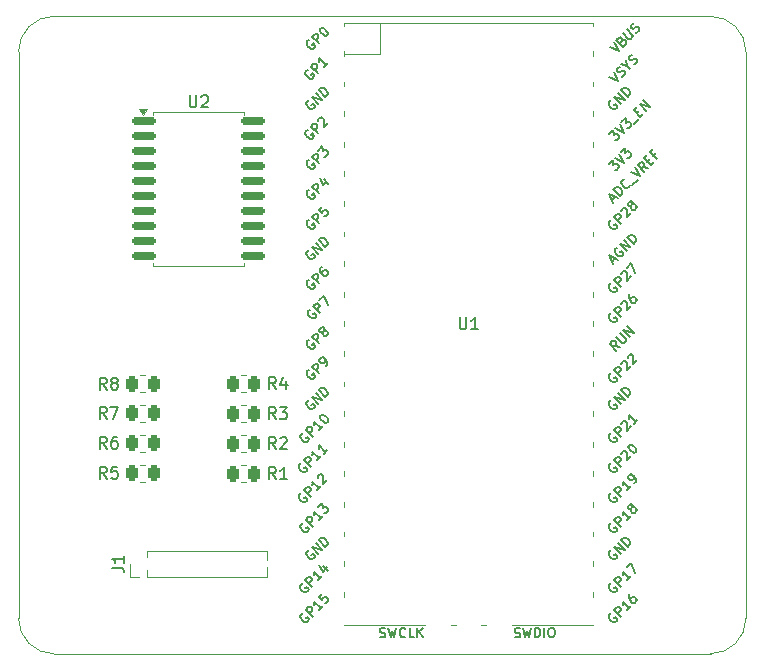
<source format=gto>
%TF.GenerationSoftware,KiCad,Pcbnew,8.0.3-8.0.3-0~ubuntu22.04.1*%
%TF.CreationDate,2025-12-31T16:49:29+00:00*%
%TF.ProjectId,pixelpusher,70697865-6c70-4757-9368-65722e6b6963,rev?*%
%TF.SameCoordinates,Original*%
%TF.FileFunction,Legend,Top*%
%TF.FilePolarity,Positive*%
%FSLAX46Y46*%
G04 Gerber Fmt 4.6, Leading zero omitted, Abs format (unit mm)*
G04 Created by KiCad (PCBNEW 8.0.3-8.0.3-0~ubuntu22.04.1) date 2025-12-31 16:49:29*
%MOMM*%
%LPD*%
G01*
G04 APERTURE LIST*
G04 Aperture macros list*
%AMRoundRect*
0 Rectangle with rounded corners*
0 $1 Rounding radius*
0 $2 $3 $4 $5 $6 $7 $8 $9 X,Y pos of 4 corners*
0 Add a 4 corners polygon primitive as box body*
4,1,4,$2,$3,$4,$5,$6,$7,$8,$9,$2,$3,0*
0 Add four circle primitives for the rounded corners*
1,1,$1+$1,$2,$3*
1,1,$1+$1,$4,$5*
1,1,$1+$1,$6,$7*
1,1,$1+$1,$8,$9*
0 Add four rect primitives between the rounded corners*
20,1,$1+$1,$2,$3,$4,$5,0*
20,1,$1+$1,$4,$5,$6,$7,0*
20,1,$1+$1,$6,$7,$8,$9,0*
20,1,$1+$1,$8,$9,$2,$3,0*%
G04 Aperture macros list end*
%ADD10C,0.150000*%
%ADD11C,0.120000*%
%ADD12RoundRect,0.250000X-0.262500X-0.450000X0.262500X-0.450000X0.262500X0.450000X-0.262500X0.450000X0*%
%ADD13C,3.200000*%
%ADD14O,1.800000X1.800000*%
%ADD15O,1.500000X1.500000*%
%ADD16O,1.700000X1.700000*%
%ADD17R,3.500000X1.700000*%
%ADD18R,1.700000X1.700000*%
%ADD19R,1.700000X3.500000*%
%ADD20RoundRect,0.150000X-0.875000X-0.150000X0.875000X-0.150000X0.875000X0.150000X-0.875000X0.150000X0*%
%ADD21R,1.000000X1.000000*%
%ADD22O,1.000000X1.000000*%
%TA.AperFunction,Profile*%
%ADD23C,0.050000*%
%TD*%
G04 APERTURE END LIST*
D10*
X152590833Y-123644819D02*
X152257500Y-123168628D01*
X152019405Y-123644819D02*
X152019405Y-122644819D01*
X152019405Y-122644819D02*
X152400357Y-122644819D01*
X152400357Y-122644819D02*
X152495595Y-122692438D01*
X152495595Y-122692438D02*
X152543214Y-122740057D01*
X152543214Y-122740057D02*
X152590833Y-122835295D01*
X152590833Y-122835295D02*
X152590833Y-122978152D01*
X152590833Y-122978152D02*
X152543214Y-123073390D01*
X152543214Y-123073390D02*
X152495595Y-123121009D01*
X152495595Y-123121009D02*
X152400357Y-123168628D01*
X152400357Y-123168628D02*
X152019405Y-123168628D01*
X153543214Y-123644819D02*
X152971786Y-123644819D01*
X153257500Y-123644819D02*
X153257500Y-122644819D01*
X153257500Y-122644819D02*
X153162262Y-122787676D01*
X153162262Y-122787676D02*
X153067024Y-122882914D01*
X153067024Y-122882914D02*
X152971786Y-122930533D01*
X138263333Y-118524819D02*
X137930000Y-118048628D01*
X137691905Y-118524819D02*
X137691905Y-117524819D01*
X137691905Y-117524819D02*
X138072857Y-117524819D01*
X138072857Y-117524819D02*
X138168095Y-117572438D01*
X138168095Y-117572438D02*
X138215714Y-117620057D01*
X138215714Y-117620057D02*
X138263333Y-117715295D01*
X138263333Y-117715295D02*
X138263333Y-117858152D01*
X138263333Y-117858152D02*
X138215714Y-117953390D01*
X138215714Y-117953390D02*
X138168095Y-118001009D01*
X138168095Y-118001009D02*
X138072857Y-118048628D01*
X138072857Y-118048628D02*
X137691905Y-118048628D01*
X138596667Y-117524819D02*
X139263333Y-117524819D01*
X139263333Y-117524819D02*
X138834762Y-118524819D01*
X138263333Y-121064819D02*
X137930000Y-120588628D01*
X137691905Y-121064819D02*
X137691905Y-120064819D01*
X137691905Y-120064819D02*
X138072857Y-120064819D01*
X138072857Y-120064819D02*
X138168095Y-120112438D01*
X138168095Y-120112438D02*
X138215714Y-120160057D01*
X138215714Y-120160057D02*
X138263333Y-120255295D01*
X138263333Y-120255295D02*
X138263333Y-120398152D01*
X138263333Y-120398152D02*
X138215714Y-120493390D01*
X138215714Y-120493390D02*
X138168095Y-120541009D01*
X138168095Y-120541009D02*
X138072857Y-120588628D01*
X138072857Y-120588628D02*
X137691905Y-120588628D01*
X139120476Y-120064819D02*
X138930000Y-120064819D01*
X138930000Y-120064819D02*
X138834762Y-120112438D01*
X138834762Y-120112438D02*
X138787143Y-120160057D01*
X138787143Y-120160057D02*
X138691905Y-120302914D01*
X138691905Y-120302914D02*
X138644286Y-120493390D01*
X138644286Y-120493390D02*
X138644286Y-120874342D01*
X138644286Y-120874342D02*
X138691905Y-120969580D01*
X138691905Y-120969580D02*
X138739524Y-121017200D01*
X138739524Y-121017200D02*
X138834762Y-121064819D01*
X138834762Y-121064819D02*
X139025238Y-121064819D01*
X139025238Y-121064819D02*
X139120476Y-121017200D01*
X139120476Y-121017200D02*
X139168095Y-120969580D01*
X139168095Y-120969580D02*
X139215714Y-120874342D01*
X139215714Y-120874342D02*
X139215714Y-120636247D01*
X139215714Y-120636247D02*
X139168095Y-120541009D01*
X139168095Y-120541009D02*
X139120476Y-120493390D01*
X139120476Y-120493390D02*
X139025238Y-120445771D01*
X139025238Y-120445771D02*
X138834762Y-120445771D01*
X138834762Y-120445771D02*
X138739524Y-120493390D01*
X138739524Y-120493390D02*
X138691905Y-120541009D01*
X138691905Y-120541009D02*
X138644286Y-120636247D01*
X152590833Y-121104819D02*
X152257500Y-120628628D01*
X152019405Y-121104819D02*
X152019405Y-120104819D01*
X152019405Y-120104819D02*
X152400357Y-120104819D01*
X152400357Y-120104819D02*
X152495595Y-120152438D01*
X152495595Y-120152438D02*
X152543214Y-120200057D01*
X152543214Y-120200057D02*
X152590833Y-120295295D01*
X152590833Y-120295295D02*
X152590833Y-120438152D01*
X152590833Y-120438152D02*
X152543214Y-120533390D01*
X152543214Y-120533390D02*
X152495595Y-120581009D01*
X152495595Y-120581009D02*
X152400357Y-120628628D01*
X152400357Y-120628628D02*
X152019405Y-120628628D01*
X152971786Y-120200057D02*
X153019405Y-120152438D01*
X153019405Y-120152438D02*
X153114643Y-120104819D01*
X153114643Y-120104819D02*
X153352738Y-120104819D01*
X153352738Y-120104819D02*
X153447976Y-120152438D01*
X153447976Y-120152438D02*
X153495595Y-120200057D01*
X153495595Y-120200057D02*
X153543214Y-120295295D01*
X153543214Y-120295295D02*
X153543214Y-120390533D01*
X153543214Y-120390533D02*
X153495595Y-120533390D01*
X153495595Y-120533390D02*
X152924167Y-121104819D01*
X152924167Y-121104819D02*
X153543214Y-121104819D01*
X138263333Y-123604819D02*
X137930000Y-123128628D01*
X137691905Y-123604819D02*
X137691905Y-122604819D01*
X137691905Y-122604819D02*
X138072857Y-122604819D01*
X138072857Y-122604819D02*
X138168095Y-122652438D01*
X138168095Y-122652438D02*
X138215714Y-122700057D01*
X138215714Y-122700057D02*
X138263333Y-122795295D01*
X138263333Y-122795295D02*
X138263333Y-122938152D01*
X138263333Y-122938152D02*
X138215714Y-123033390D01*
X138215714Y-123033390D02*
X138168095Y-123081009D01*
X138168095Y-123081009D02*
X138072857Y-123128628D01*
X138072857Y-123128628D02*
X137691905Y-123128628D01*
X139168095Y-122604819D02*
X138691905Y-122604819D01*
X138691905Y-122604819D02*
X138644286Y-123081009D01*
X138644286Y-123081009D02*
X138691905Y-123033390D01*
X138691905Y-123033390D02*
X138787143Y-122985771D01*
X138787143Y-122985771D02*
X139025238Y-122985771D01*
X139025238Y-122985771D02*
X139120476Y-123033390D01*
X139120476Y-123033390D02*
X139168095Y-123081009D01*
X139168095Y-123081009D02*
X139215714Y-123176247D01*
X139215714Y-123176247D02*
X139215714Y-123414342D01*
X139215714Y-123414342D02*
X139168095Y-123509580D01*
X139168095Y-123509580D02*
X139120476Y-123557200D01*
X139120476Y-123557200D02*
X139025238Y-123604819D01*
X139025238Y-123604819D02*
X138787143Y-123604819D01*
X138787143Y-123604819D02*
X138691905Y-123557200D01*
X138691905Y-123557200D02*
X138644286Y-123509580D01*
X168148095Y-109944819D02*
X168148095Y-110754342D01*
X168148095Y-110754342D02*
X168195714Y-110849580D01*
X168195714Y-110849580D02*
X168243333Y-110897200D01*
X168243333Y-110897200D02*
X168338571Y-110944819D01*
X168338571Y-110944819D02*
X168529047Y-110944819D01*
X168529047Y-110944819D02*
X168624285Y-110897200D01*
X168624285Y-110897200D02*
X168671904Y-110849580D01*
X168671904Y-110849580D02*
X168719523Y-110754342D01*
X168719523Y-110754342D02*
X168719523Y-109944819D01*
X169719523Y-110944819D02*
X169148095Y-110944819D01*
X169433809Y-110944819D02*
X169433809Y-109944819D01*
X169433809Y-109944819D02*
X169338571Y-110087676D01*
X169338571Y-110087676D02*
X169243333Y-110182914D01*
X169243333Y-110182914D02*
X169148095Y-110230533D01*
X155323372Y-94101494D02*
X155242560Y-94128431D01*
X155242560Y-94128431D02*
X155161748Y-94209243D01*
X155161748Y-94209243D02*
X155107873Y-94316993D01*
X155107873Y-94316993D02*
X155107873Y-94424742D01*
X155107873Y-94424742D02*
X155134810Y-94505555D01*
X155134810Y-94505555D02*
X155215623Y-94640242D01*
X155215623Y-94640242D02*
X155296435Y-94721054D01*
X155296435Y-94721054D02*
X155431122Y-94801866D01*
X155431122Y-94801866D02*
X155511934Y-94828803D01*
X155511934Y-94828803D02*
X155619684Y-94828803D01*
X155619684Y-94828803D02*
X155727433Y-94774929D01*
X155727433Y-94774929D02*
X155781308Y-94721054D01*
X155781308Y-94721054D02*
X155835183Y-94613304D01*
X155835183Y-94613304D02*
X155835183Y-94559429D01*
X155835183Y-94559429D02*
X155646621Y-94370868D01*
X155646621Y-94370868D02*
X155538871Y-94478617D01*
X156131494Y-94370868D02*
X155565809Y-93805182D01*
X155565809Y-93805182D02*
X155781308Y-93589683D01*
X155781308Y-93589683D02*
X155862120Y-93562746D01*
X155862120Y-93562746D02*
X155915995Y-93562746D01*
X155915995Y-93562746D02*
X155996807Y-93589683D01*
X155996807Y-93589683D02*
X156077619Y-93670495D01*
X156077619Y-93670495D02*
X156104557Y-93751307D01*
X156104557Y-93751307D02*
X156104557Y-93805182D01*
X156104557Y-93805182D02*
X156077619Y-93885994D01*
X156077619Y-93885994D02*
X155862120Y-94101494D01*
X156158432Y-93320309D02*
X156158432Y-93266434D01*
X156158432Y-93266434D02*
X156185369Y-93185622D01*
X156185369Y-93185622D02*
X156320056Y-93050935D01*
X156320056Y-93050935D02*
X156400868Y-93023998D01*
X156400868Y-93023998D02*
X156454743Y-93023998D01*
X156454743Y-93023998D02*
X156535555Y-93050935D01*
X156535555Y-93050935D02*
X156589430Y-93104810D01*
X156589430Y-93104810D02*
X156643305Y-93212559D01*
X156643305Y-93212559D02*
X156643305Y-93859057D01*
X156643305Y-93859057D02*
X156993491Y-93508871D01*
X180830749Y-89560242D02*
X181584996Y-89937366D01*
X181584996Y-89937366D02*
X181207873Y-89183118D01*
X181908245Y-89560242D02*
X182015995Y-89506367D01*
X182015995Y-89506367D02*
X182150682Y-89371680D01*
X182150682Y-89371680D02*
X182177619Y-89290868D01*
X182177619Y-89290868D02*
X182177619Y-89236993D01*
X182177619Y-89236993D02*
X182150682Y-89156181D01*
X182150682Y-89156181D02*
X182096807Y-89102306D01*
X182096807Y-89102306D02*
X182015995Y-89075369D01*
X182015995Y-89075369D02*
X181962120Y-89075369D01*
X181962120Y-89075369D02*
X181881308Y-89102306D01*
X181881308Y-89102306D02*
X181746621Y-89183118D01*
X181746621Y-89183118D02*
X181665808Y-89210056D01*
X181665808Y-89210056D02*
X181611934Y-89210056D01*
X181611934Y-89210056D02*
X181531121Y-89183118D01*
X181531121Y-89183118D02*
X181477247Y-89129244D01*
X181477247Y-89129244D02*
X181450309Y-89048431D01*
X181450309Y-89048431D02*
X181450309Y-88994557D01*
X181450309Y-88994557D02*
X181477247Y-88913744D01*
X181477247Y-88913744D02*
X181611934Y-88779057D01*
X181611934Y-88779057D02*
X181719683Y-88725183D01*
X182339244Y-88644370D02*
X182608618Y-88913744D01*
X181854370Y-88536621D02*
X182339244Y-88644370D01*
X182339244Y-88644370D02*
X182231494Y-88159497D01*
X182931866Y-88536621D02*
X183039616Y-88482746D01*
X183039616Y-88482746D02*
X183174303Y-88348059D01*
X183174303Y-88348059D02*
X183201240Y-88267247D01*
X183201240Y-88267247D02*
X183201240Y-88213372D01*
X183201240Y-88213372D02*
X183174303Y-88132560D01*
X183174303Y-88132560D02*
X183120428Y-88078685D01*
X183120428Y-88078685D02*
X183039616Y-88051748D01*
X183039616Y-88051748D02*
X182985741Y-88051748D01*
X182985741Y-88051748D02*
X182904929Y-88078685D01*
X182904929Y-88078685D02*
X182770242Y-88159497D01*
X182770242Y-88159497D02*
X182689430Y-88186435D01*
X182689430Y-88186435D02*
X182635555Y-88186435D01*
X182635555Y-88186435D02*
X182554743Y-88159497D01*
X182554743Y-88159497D02*
X182500868Y-88105622D01*
X182500868Y-88105622D02*
X182473930Y-88024810D01*
X182473930Y-88024810D02*
X182473930Y-87970935D01*
X182473930Y-87970935D02*
X182500868Y-87890123D01*
X182500868Y-87890123D02*
X182635555Y-87755436D01*
X182635555Y-87755436D02*
X182743304Y-87701561D01*
X180996435Y-91588431D02*
X180915623Y-91615368D01*
X180915623Y-91615368D02*
X180834811Y-91696180D01*
X180834811Y-91696180D02*
X180780936Y-91803930D01*
X180780936Y-91803930D02*
X180780936Y-91911680D01*
X180780936Y-91911680D02*
X180807873Y-91992492D01*
X180807873Y-91992492D02*
X180888685Y-92127179D01*
X180888685Y-92127179D02*
X180969498Y-92207991D01*
X180969498Y-92207991D02*
X181104185Y-92288803D01*
X181104185Y-92288803D02*
X181184997Y-92315741D01*
X181184997Y-92315741D02*
X181292746Y-92315741D01*
X181292746Y-92315741D02*
X181400496Y-92261866D01*
X181400496Y-92261866D02*
X181454371Y-92207991D01*
X181454371Y-92207991D02*
X181508246Y-92100241D01*
X181508246Y-92100241D02*
X181508246Y-92046367D01*
X181508246Y-92046367D02*
X181319684Y-91857805D01*
X181319684Y-91857805D02*
X181211934Y-91965554D01*
X181804557Y-91857805D02*
X181238872Y-91292119D01*
X181238872Y-91292119D02*
X182127806Y-91534556D01*
X182127806Y-91534556D02*
X181562120Y-90968871D01*
X182397180Y-91265182D02*
X181831494Y-90699497D01*
X181831494Y-90699497D02*
X181966181Y-90564810D01*
X181966181Y-90564810D02*
X182073931Y-90510935D01*
X182073931Y-90510935D02*
X182181680Y-90510935D01*
X182181680Y-90510935D02*
X182262493Y-90537872D01*
X182262493Y-90537872D02*
X182397180Y-90618685D01*
X182397180Y-90618685D02*
X182477992Y-90699497D01*
X182477992Y-90699497D02*
X182558804Y-90834184D01*
X182558804Y-90834184D02*
X182585741Y-90914996D01*
X182585741Y-90914996D02*
X182585741Y-91022746D01*
X182585741Y-91022746D02*
X182531867Y-91130495D01*
X182531867Y-91130495D02*
X182397180Y-91265182D01*
X181007998Y-101736868D02*
X180927185Y-101763805D01*
X180927185Y-101763805D02*
X180846373Y-101844618D01*
X180846373Y-101844618D02*
X180792498Y-101952367D01*
X180792498Y-101952367D02*
X180792498Y-102060117D01*
X180792498Y-102060117D02*
X180819436Y-102140929D01*
X180819436Y-102140929D02*
X180900248Y-102275616D01*
X180900248Y-102275616D02*
X180981060Y-102356428D01*
X180981060Y-102356428D02*
X181115747Y-102437241D01*
X181115747Y-102437241D02*
X181196560Y-102464178D01*
X181196560Y-102464178D02*
X181304309Y-102464178D01*
X181304309Y-102464178D02*
X181412059Y-102410303D01*
X181412059Y-102410303D02*
X181465934Y-102356428D01*
X181465934Y-102356428D02*
X181519808Y-102248679D01*
X181519808Y-102248679D02*
X181519808Y-102194804D01*
X181519808Y-102194804D02*
X181331247Y-102006242D01*
X181331247Y-102006242D02*
X181223497Y-102113992D01*
X181816120Y-102006242D02*
X181250434Y-101440557D01*
X181250434Y-101440557D02*
X181465934Y-101225057D01*
X181465934Y-101225057D02*
X181546746Y-101198120D01*
X181546746Y-101198120D02*
X181600621Y-101198120D01*
X181600621Y-101198120D02*
X181681433Y-101225057D01*
X181681433Y-101225057D02*
X181762245Y-101305870D01*
X181762245Y-101305870D02*
X181789182Y-101386682D01*
X181789182Y-101386682D02*
X181789182Y-101440557D01*
X181789182Y-101440557D02*
X181762245Y-101521369D01*
X181762245Y-101521369D02*
X181546746Y-101736868D01*
X181843057Y-100955683D02*
X181843057Y-100901809D01*
X181843057Y-100901809D02*
X181869995Y-100820996D01*
X181869995Y-100820996D02*
X182004682Y-100686309D01*
X182004682Y-100686309D02*
X182085494Y-100659372D01*
X182085494Y-100659372D02*
X182139369Y-100659372D01*
X182139369Y-100659372D02*
X182220181Y-100686309D01*
X182220181Y-100686309D02*
X182274056Y-100740184D01*
X182274056Y-100740184D02*
X182327930Y-100847934D01*
X182327930Y-100847934D02*
X182327930Y-101494431D01*
X182327930Y-101494431D02*
X182678117Y-101144245D01*
X182678117Y-100497747D02*
X182597305Y-100524685D01*
X182597305Y-100524685D02*
X182543430Y-100524685D01*
X182543430Y-100524685D02*
X182462618Y-100497747D01*
X182462618Y-100497747D02*
X182435680Y-100470810D01*
X182435680Y-100470810D02*
X182408743Y-100389998D01*
X182408743Y-100389998D02*
X182408743Y-100336123D01*
X182408743Y-100336123D02*
X182435680Y-100255311D01*
X182435680Y-100255311D02*
X182543430Y-100147561D01*
X182543430Y-100147561D02*
X182624242Y-100120624D01*
X182624242Y-100120624D02*
X182678117Y-100120624D01*
X182678117Y-100120624D02*
X182758929Y-100147561D01*
X182758929Y-100147561D02*
X182785866Y-100174499D01*
X182785866Y-100174499D02*
X182812804Y-100255311D01*
X182812804Y-100255311D02*
X182812804Y-100309186D01*
X182812804Y-100309186D02*
X182785866Y-100389998D01*
X182785866Y-100389998D02*
X182678117Y-100497747D01*
X182678117Y-100497747D02*
X182651179Y-100578560D01*
X182651179Y-100578560D02*
X182651179Y-100632434D01*
X182651179Y-100632434D02*
X182678117Y-100713247D01*
X182678117Y-100713247D02*
X182785866Y-100820996D01*
X182785866Y-100820996D02*
X182866679Y-100847934D01*
X182866679Y-100847934D02*
X182920553Y-100847934D01*
X182920553Y-100847934D02*
X183001366Y-100820996D01*
X183001366Y-100820996D02*
X183109115Y-100713247D01*
X183109115Y-100713247D02*
X183136053Y-100632434D01*
X183136053Y-100632434D02*
X183136053Y-100578560D01*
X183136053Y-100578560D02*
X183109115Y-100497747D01*
X183109115Y-100497747D02*
X183001366Y-100389998D01*
X183001366Y-100389998D02*
X182920553Y-100363060D01*
X182920553Y-100363060D02*
X182866679Y-100363060D01*
X182866679Y-100363060D02*
X182785866Y-100389998D01*
X155423372Y-99181494D02*
X155342560Y-99208431D01*
X155342560Y-99208431D02*
X155261748Y-99289243D01*
X155261748Y-99289243D02*
X155207873Y-99396993D01*
X155207873Y-99396993D02*
X155207873Y-99504742D01*
X155207873Y-99504742D02*
X155234810Y-99585555D01*
X155234810Y-99585555D02*
X155315623Y-99720242D01*
X155315623Y-99720242D02*
X155396435Y-99801054D01*
X155396435Y-99801054D02*
X155531122Y-99881866D01*
X155531122Y-99881866D02*
X155611934Y-99908803D01*
X155611934Y-99908803D02*
X155719684Y-99908803D01*
X155719684Y-99908803D02*
X155827433Y-99854929D01*
X155827433Y-99854929D02*
X155881308Y-99801054D01*
X155881308Y-99801054D02*
X155935183Y-99693304D01*
X155935183Y-99693304D02*
X155935183Y-99639429D01*
X155935183Y-99639429D02*
X155746621Y-99450868D01*
X155746621Y-99450868D02*
X155638871Y-99558617D01*
X156231494Y-99450868D02*
X155665809Y-98885182D01*
X155665809Y-98885182D02*
X155881308Y-98669683D01*
X155881308Y-98669683D02*
X155962120Y-98642746D01*
X155962120Y-98642746D02*
X156015995Y-98642746D01*
X156015995Y-98642746D02*
X156096807Y-98669683D01*
X156096807Y-98669683D02*
X156177619Y-98750495D01*
X156177619Y-98750495D02*
X156204557Y-98831307D01*
X156204557Y-98831307D02*
X156204557Y-98885182D01*
X156204557Y-98885182D02*
X156177619Y-98965994D01*
X156177619Y-98965994D02*
X155962120Y-99181494D01*
X156662493Y-98265622D02*
X157039616Y-98642746D01*
X156312306Y-98184810D02*
X156581680Y-98723558D01*
X156581680Y-98723558D02*
X156931867Y-98373372D01*
X172814761Y-137014200D02*
X172929047Y-137052295D01*
X172929047Y-137052295D02*
X173119523Y-137052295D01*
X173119523Y-137052295D02*
X173195714Y-137014200D01*
X173195714Y-137014200D02*
X173233809Y-136976104D01*
X173233809Y-136976104D02*
X173271904Y-136899914D01*
X173271904Y-136899914D02*
X173271904Y-136823723D01*
X173271904Y-136823723D02*
X173233809Y-136747533D01*
X173233809Y-136747533D02*
X173195714Y-136709438D01*
X173195714Y-136709438D02*
X173119523Y-136671342D01*
X173119523Y-136671342D02*
X172967142Y-136633247D01*
X172967142Y-136633247D02*
X172890952Y-136595152D01*
X172890952Y-136595152D02*
X172852857Y-136557057D01*
X172852857Y-136557057D02*
X172814761Y-136480866D01*
X172814761Y-136480866D02*
X172814761Y-136404676D01*
X172814761Y-136404676D02*
X172852857Y-136328485D01*
X172852857Y-136328485D02*
X172890952Y-136290390D01*
X172890952Y-136290390D02*
X172967142Y-136252295D01*
X172967142Y-136252295D02*
X173157619Y-136252295D01*
X173157619Y-136252295D02*
X173271904Y-136290390D01*
X173538571Y-136252295D02*
X173729047Y-137052295D01*
X173729047Y-137052295D02*
X173881428Y-136480866D01*
X173881428Y-136480866D02*
X174033809Y-137052295D01*
X174033809Y-137052295D02*
X174224286Y-136252295D01*
X174529048Y-137052295D02*
X174529048Y-136252295D01*
X174529048Y-136252295D02*
X174719524Y-136252295D01*
X174719524Y-136252295D02*
X174833810Y-136290390D01*
X174833810Y-136290390D02*
X174910000Y-136366580D01*
X174910000Y-136366580D02*
X174948095Y-136442771D01*
X174948095Y-136442771D02*
X174986191Y-136595152D01*
X174986191Y-136595152D02*
X174986191Y-136709438D01*
X174986191Y-136709438D02*
X174948095Y-136861819D01*
X174948095Y-136861819D02*
X174910000Y-136938009D01*
X174910000Y-136938009D02*
X174833810Y-137014200D01*
X174833810Y-137014200D02*
X174719524Y-137052295D01*
X174719524Y-137052295D02*
X174529048Y-137052295D01*
X175329048Y-137052295D02*
X175329048Y-136252295D01*
X175862381Y-136252295D02*
X176014762Y-136252295D01*
X176014762Y-136252295D02*
X176090952Y-136290390D01*
X176090952Y-136290390D02*
X176167143Y-136366580D01*
X176167143Y-136366580D02*
X176205238Y-136518961D01*
X176205238Y-136518961D02*
X176205238Y-136785628D01*
X176205238Y-136785628D02*
X176167143Y-136938009D01*
X176167143Y-136938009D02*
X176090952Y-137014200D01*
X176090952Y-137014200D02*
X176014762Y-137052295D01*
X176014762Y-137052295D02*
X175862381Y-137052295D01*
X175862381Y-137052295D02*
X175786190Y-137014200D01*
X175786190Y-137014200D02*
X175710000Y-136938009D01*
X175710000Y-136938009D02*
X175671904Y-136785628D01*
X175671904Y-136785628D02*
X175671904Y-136518961D01*
X175671904Y-136518961D02*
X175710000Y-136366580D01*
X175710000Y-136366580D02*
X175786190Y-136290390D01*
X175786190Y-136290390D02*
X175862381Y-136252295D01*
X155396435Y-91588431D02*
X155315623Y-91615368D01*
X155315623Y-91615368D02*
X155234811Y-91696180D01*
X155234811Y-91696180D02*
X155180936Y-91803930D01*
X155180936Y-91803930D02*
X155180936Y-91911680D01*
X155180936Y-91911680D02*
X155207873Y-91992492D01*
X155207873Y-91992492D02*
X155288685Y-92127179D01*
X155288685Y-92127179D02*
X155369498Y-92207991D01*
X155369498Y-92207991D02*
X155504185Y-92288803D01*
X155504185Y-92288803D02*
X155584997Y-92315741D01*
X155584997Y-92315741D02*
X155692746Y-92315741D01*
X155692746Y-92315741D02*
X155800496Y-92261866D01*
X155800496Y-92261866D02*
X155854371Y-92207991D01*
X155854371Y-92207991D02*
X155908246Y-92100241D01*
X155908246Y-92100241D02*
X155908246Y-92046367D01*
X155908246Y-92046367D02*
X155719684Y-91857805D01*
X155719684Y-91857805D02*
X155611934Y-91965554D01*
X156204557Y-91857805D02*
X155638872Y-91292119D01*
X155638872Y-91292119D02*
X156527806Y-91534556D01*
X156527806Y-91534556D02*
X155962120Y-90968871D01*
X156797180Y-91265182D02*
X156231494Y-90699497D01*
X156231494Y-90699497D02*
X156366181Y-90564810D01*
X156366181Y-90564810D02*
X156473931Y-90510935D01*
X156473931Y-90510935D02*
X156581680Y-90510935D01*
X156581680Y-90510935D02*
X156662493Y-90537872D01*
X156662493Y-90537872D02*
X156797180Y-90618685D01*
X156797180Y-90618685D02*
X156877992Y-90699497D01*
X156877992Y-90699497D02*
X156958804Y-90834184D01*
X156958804Y-90834184D02*
X156985741Y-90914996D01*
X156985741Y-90914996D02*
X156985741Y-91022746D01*
X156985741Y-91022746D02*
X156931867Y-91130495D01*
X156931867Y-91130495D02*
X156797180Y-91265182D01*
X181007998Y-124850868D02*
X180927185Y-124877805D01*
X180927185Y-124877805D02*
X180846373Y-124958618D01*
X180846373Y-124958618D02*
X180792498Y-125066367D01*
X180792498Y-125066367D02*
X180792498Y-125174117D01*
X180792498Y-125174117D02*
X180819436Y-125254929D01*
X180819436Y-125254929D02*
X180900248Y-125389616D01*
X180900248Y-125389616D02*
X180981060Y-125470428D01*
X180981060Y-125470428D02*
X181115747Y-125551241D01*
X181115747Y-125551241D02*
X181196560Y-125578178D01*
X181196560Y-125578178D02*
X181304309Y-125578178D01*
X181304309Y-125578178D02*
X181412059Y-125524303D01*
X181412059Y-125524303D02*
X181465934Y-125470428D01*
X181465934Y-125470428D02*
X181519808Y-125362679D01*
X181519808Y-125362679D02*
X181519808Y-125308804D01*
X181519808Y-125308804D02*
X181331247Y-125120242D01*
X181331247Y-125120242D02*
X181223497Y-125227992D01*
X181816120Y-125120242D02*
X181250434Y-124554557D01*
X181250434Y-124554557D02*
X181465934Y-124339057D01*
X181465934Y-124339057D02*
X181546746Y-124312120D01*
X181546746Y-124312120D02*
X181600621Y-124312120D01*
X181600621Y-124312120D02*
X181681433Y-124339057D01*
X181681433Y-124339057D02*
X181762245Y-124419870D01*
X181762245Y-124419870D02*
X181789182Y-124500682D01*
X181789182Y-124500682D02*
X181789182Y-124554557D01*
X181789182Y-124554557D02*
X181762245Y-124635369D01*
X181762245Y-124635369D02*
X181546746Y-124850868D01*
X182678117Y-124258245D02*
X182354868Y-124581494D01*
X182516492Y-124419870D02*
X181950807Y-123854184D01*
X181950807Y-123854184D02*
X181977744Y-123988871D01*
X181977744Y-123988871D02*
X181977744Y-124096621D01*
X181977744Y-124096621D02*
X181950807Y-124177433D01*
X182947491Y-123988871D02*
X183055240Y-123881121D01*
X183055240Y-123881121D02*
X183082178Y-123800309D01*
X183082178Y-123800309D02*
X183082178Y-123746434D01*
X183082178Y-123746434D02*
X183055240Y-123611747D01*
X183055240Y-123611747D02*
X182974428Y-123477060D01*
X182974428Y-123477060D02*
X182758929Y-123261561D01*
X182758929Y-123261561D02*
X182678117Y-123234624D01*
X182678117Y-123234624D02*
X182624242Y-123234624D01*
X182624242Y-123234624D02*
X182543430Y-123261561D01*
X182543430Y-123261561D02*
X182435680Y-123369311D01*
X182435680Y-123369311D02*
X182408743Y-123450123D01*
X182408743Y-123450123D02*
X182408743Y-123503998D01*
X182408743Y-123503998D02*
X182435680Y-123584810D01*
X182435680Y-123584810D02*
X182570367Y-123719497D01*
X182570367Y-123719497D02*
X182651179Y-123746434D01*
X182651179Y-123746434D02*
X182705054Y-123746434D01*
X182705054Y-123746434D02*
X182785866Y-123719497D01*
X182785866Y-123719497D02*
X182893616Y-123611747D01*
X182893616Y-123611747D02*
X182920553Y-123530935D01*
X182920553Y-123530935D02*
X182920553Y-123477060D01*
X182920553Y-123477060D02*
X182893616Y-123396248D01*
X180800123Y-96980868D02*
X181150309Y-96630682D01*
X181150309Y-96630682D02*
X181177247Y-97034743D01*
X181177247Y-97034743D02*
X181258059Y-96953931D01*
X181258059Y-96953931D02*
X181338871Y-96926993D01*
X181338871Y-96926993D02*
X181392746Y-96926993D01*
X181392746Y-96926993D02*
X181473558Y-96953931D01*
X181473558Y-96953931D02*
X181608245Y-97088618D01*
X181608245Y-97088618D02*
X181635182Y-97169430D01*
X181635182Y-97169430D02*
X181635182Y-97223305D01*
X181635182Y-97223305D02*
X181608245Y-97304117D01*
X181608245Y-97304117D02*
X181446621Y-97465741D01*
X181446621Y-97465741D02*
X181365808Y-97492679D01*
X181365808Y-97492679D02*
X181311934Y-97492679D01*
X181311934Y-96469057D02*
X182066181Y-96846181D01*
X182066181Y-96846181D02*
X181689057Y-96091934D01*
X181823744Y-95957247D02*
X182173930Y-95607061D01*
X182173930Y-95607061D02*
X182200868Y-96011122D01*
X182200868Y-96011122D02*
X182281680Y-95930309D01*
X182281680Y-95930309D02*
X182362492Y-95903372D01*
X182362492Y-95903372D02*
X182416367Y-95903372D01*
X182416367Y-95903372D02*
X182497179Y-95930309D01*
X182497179Y-95930309D02*
X182631866Y-96064996D01*
X182631866Y-96064996D02*
X182658804Y-96145809D01*
X182658804Y-96145809D02*
X182658804Y-96199683D01*
X182658804Y-96199683D02*
X182631866Y-96280496D01*
X182631866Y-96280496D02*
X182470242Y-96442120D01*
X182470242Y-96442120D02*
X182389430Y-96469057D01*
X182389430Y-96469057D02*
X182335555Y-96469057D01*
X181007998Y-122310868D02*
X180927185Y-122337805D01*
X180927185Y-122337805D02*
X180846373Y-122418618D01*
X180846373Y-122418618D02*
X180792498Y-122526367D01*
X180792498Y-122526367D02*
X180792498Y-122634117D01*
X180792498Y-122634117D02*
X180819436Y-122714929D01*
X180819436Y-122714929D02*
X180900248Y-122849616D01*
X180900248Y-122849616D02*
X180981060Y-122930428D01*
X180981060Y-122930428D02*
X181115747Y-123011241D01*
X181115747Y-123011241D02*
X181196560Y-123038178D01*
X181196560Y-123038178D02*
X181304309Y-123038178D01*
X181304309Y-123038178D02*
X181412059Y-122984303D01*
X181412059Y-122984303D02*
X181465934Y-122930428D01*
X181465934Y-122930428D02*
X181519808Y-122822679D01*
X181519808Y-122822679D02*
X181519808Y-122768804D01*
X181519808Y-122768804D02*
X181331247Y-122580242D01*
X181331247Y-122580242D02*
X181223497Y-122687992D01*
X181816120Y-122580242D02*
X181250434Y-122014557D01*
X181250434Y-122014557D02*
X181465934Y-121799057D01*
X181465934Y-121799057D02*
X181546746Y-121772120D01*
X181546746Y-121772120D02*
X181600621Y-121772120D01*
X181600621Y-121772120D02*
X181681433Y-121799057D01*
X181681433Y-121799057D02*
X181762245Y-121879870D01*
X181762245Y-121879870D02*
X181789182Y-121960682D01*
X181789182Y-121960682D02*
X181789182Y-122014557D01*
X181789182Y-122014557D02*
X181762245Y-122095369D01*
X181762245Y-122095369D02*
X181546746Y-122310868D01*
X181843057Y-121529683D02*
X181843057Y-121475809D01*
X181843057Y-121475809D02*
X181869995Y-121394996D01*
X181869995Y-121394996D02*
X182004682Y-121260309D01*
X182004682Y-121260309D02*
X182085494Y-121233372D01*
X182085494Y-121233372D02*
X182139369Y-121233372D01*
X182139369Y-121233372D02*
X182220181Y-121260309D01*
X182220181Y-121260309D02*
X182274056Y-121314184D01*
X182274056Y-121314184D02*
X182327930Y-121421934D01*
X182327930Y-121421934D02*
X182327930Y-122068431D01*
X182327930Y-122068431D02*
X182678117Y-121718245D01*
X182462618Y-120802373D02*
X182516492Y-120748499D01*
X182516492Y-120748499D02*
X182597305Y-120721561D01*
X182597305Y-120721561D02*
X182651179Y-120721561D01*
X182651179Y-120721561D02*
X182731992Y-120748499D01*
X182731992Y-120748499D02*
X182866679Y-120829311D01*
X182866679Y-120829311D02*
X183001366Y-120963998D01*
X183001366Y-120963998D02*
X183082178Y-121098685D01*
X183082178Y-121098685D02*
X183109115Y-121179497D01*
X183109115Y-121179497D02*
X183109115Y-121233372D01*
X183109115Y-121233372D02*
X183082178Y-121314184D01*
X183082178Y-121314184D02*
X183028303Y-121368059D01*
X183028303Y-121368059D02*
X182947491Y-121394996D01*
X182947491Y-121394996D02*
X182893616Y-121394996D01*
X182893616Y-121394996D02*
X182812804Y-121368059D01*
X182812804Y-121368059D02*
X182678117Y-121287247D01*
X182678117Y-121287247D02*
X182543430Y-121152560D01*
X182543430Y-121152560D02*
X182462618Y-121017873D01*
X182462618Y-121017873D02*
X182435680Y-120937060D01*
X182435680Y-120937060D02*
X182435680Y-120883186D01*
X182435680Y-120883186D02*
X182462618Y-120802373D01*
X181007998Y-135010868D02*
X180927185Y-135037805D01*
X180927185Y-135037805D02*
X180846373Y-135118618D01*
X180846373Y-135118618D02*
X180792498Y-135226367D01*
X180792498Y-135226367D02*
X180792498Y-135334117D01*
X180792498Y-135334117D02*
X180819436Y-135414929D01*
X180819436Y-135414929D02*
X180900248Y-135549616D01*
X180900248Y-135549616D02*
X180981060Y-135630428D01*
X180981060Y-135630428D02*
X181115747Y-135711241D01*
X181115747Y-135711241D02*
X181196560Y-135738178D01*
X181196560Y-135738178D02*
X181304309Y-135738178D01*
X181304309Y-135738178D02*
X181412059Y-135684303D01*
X181412059Y-135684303D02*
X181465934Y-135630428D01*
X181465934Y-135630428D02*
X181519808Y-135522679D01*
X181519808Y-135522679D02*
X181519808Y-135468804D01*
X181519808Y-135468804D02*
X181331247Y-135280242D01*
X181331247Y-135280242D02*
X181223497Y-135387992D01*
X181816120Y-135280242D02*
X181250434Y-134714557D01*
X181250434Y-134714557D02*
X181465934Y-134499057D01*
X181465934Y-134499057D02*
X181546746Y-134472120D01*
X181546746Y-134472120D02*
X181600621Y-134472120D01*
X181600621Y-134472120D02*
X181681433Y-134499057D01*
X181681433Y-134499057D02*
X181762245Y-134579870D01*
X181762245Y-134579870D02*
X181789182Y-134660682D01*
X181789182Y-134660682D02*
X181789182Y-134714557D01*
X181789182Y-134714557D02*
X181762245Y-134795369D01*
X181762245Y-134795369D02*
X181546746Y-135010868D01*
X182678117Y-134418245D02*
X182354868Y-134741494D01*
X182516492Y-134579870D02*
X181950807Y-134014184D01*
X181950807Y-134014184D02*
X181977744Y-134148871D01*
X181977744Y-134148871D02*
X181977744Y-134256621D01*
X181977744Y-134256621D02*
X181950807Y-134337433D01*
X182597305Y-133367686D02*
X182489555Y-133475436D01*
X182489555Y-133475436D02*
X182462618Y-133556248D01*
X182462618Y-133556248D02*
X182462618Y-133610123D01*
X182462618Y-133610123D02*
X182489555Y-133744810D01*
X182489555Y-133744810D02*
X182570367Y-133879497D01*
X182570367Y-133879497D02*
X182785866Y-134094996D01*
X182785866Y-134094996D02*
X182866679Y-134121934D01*
X182866679Y-134121934D02*
X182920553Y-134121934D01*
X182920553Y-134121934D02*
X183001366Y-134094996D01*
X183001366Y-134094996D02*
X183109115Y-133987247D01*
X183109115Y-133987247D02*
X183136053Y-133906434D01*
X183136053Y-133906434D02*
X183136053Y-133852560D01*
X183136053Y-133852560D02*
X183109115Y-133771747D01*
X183109115Y-133771747D02*
X182974428Y-133637060D01*
X182974428Y-133637060D02*
X182893616Y-133610123D01*
X182893616Y-133610123D02*
X182839741Y-133610123D01*
X182839741Y-133610123D02*
X182758929Y-133637060D01*
X182758929Y-133637060D02*
X182651179Y-133744810D01*
X182651179Y-133744810D02*
X182624242Y-133825622D01*
X182624242Y-133825622D02*
X182624242Y-133879497D01*
X182624242Y-133879497D02*
X182651179Y-133960309D01*
X155423372Y-106801494D02*
X155342560Y-106828431D01*
X155342560Y-106828431D02*
X155261748Y-106909243D01*
X155261748Y-106909243D02*
X155207873Y-107016993D01*
X155207873Y-107016993D02*
X155207873Y-107124742D01*
X155207873Y-107124742D02*
X155234810Y-107205555D01*
X155234810Y-107205555D02*
X155315623Y-107340242D01*
X155315623Y-107340242D02*
X155396435Y-107421054D01*
X155396435Y-107421054D02*
X155531122Y-107501866D01*
X155531122Y-107501866D02*
X155611934Y-107528803D01*
X155611934Y-107528803D02*
X155719684Y-107528803D01*
X155719684Y-107528803D02*
X155827433Y-107474929D01*
X155827433Y-107474929D02*
X155881308Y-107421054D01*
X155881308Y-107421054D02*
X155935183Y-107313304D01*
X155935183Y-107313304D02*
X155935183Y-107259429D01*
X155935183Y-107259429D02*
X155746621Y-107070868D01*
X155746621Y-107070868D02*
X155638871Y-107178617D01*
X156231494Y-107070868D02*
X155665809Y-106505182D01*
X155665809Y-106505182D02*
X155881308Y-106289683D01*
X155881308Y-106289683D02*
X155962120Y-106262746D01*
X155962120Y-106262746D02*
X156015995Y-106262746D01*
X156015995Y-106262746D02*
X156096807Y-106289683D01*
X156096807Y-106289683D02*
X156177619Y-106370495D01*
X156177619Y-106370495D02*
X156204557Y-106451307D01*
X156204557Y-106451307D02*
X156204557Y-106505182D01*
X156204557Y-106505182D02*
X156177619Y-106585994D01*
X156177619Y-106585994D02*
X155962120Y-106801494D01*
X156473931Y-105697060D02*
X156366181Y-105804810D01*
X156366181Y-105804810D02*
X156339244Y-105885622D01*
X156339244Y-105885622D02*
X156339244Y-105939497D01*
X156339244Y-105939497D02*
X156366181Y-106074184D01*
X156366181Y-106074184D02*
X156446993Y-106208871D01*
X156446993Y-106208871D02*
X156662493Y-106424370D01*
X156662493Y-106424370D02*
X156743305Y-106451307D01*
X156743305Y-106451307D02*
X156797180Y-106451307D01*
X156797180Y-106451307D02*
X156877992Y-106424370D01*
X156877992Y-106424370D02*
X156985741Y-106316620D01*
X156985741Y-106316620D02*
X157012679Y-106235808D01*
X157012679Y-106235808D02*
X157012679Y-106181933D01*
X157012679Y-106181933D02*
X156985741Y-106101121D01*
X156985741Y-106101121D02*
X156851054Y-105966434D01*
X156851054Y-105966434D02*
X156770242Y-105939497D01*
X156770242Y-105939497D02*
X156716367Y-105939497D01*
X156716367Y-105939497D02*
X156635555Y-105966434D01*
X156635555Y-105966434D02*
X156527806Y-106074184D01*
X156527806Y-106074184D02*
X156500868Y-106154996D01*
X156500868Y-106154996D02*
X156500868Y-106208871D01*
X156500868Y-106208871D02*
X156527806Y-106289683D01*
X154899998Y-119770868D02*
X154819185Y-119797805D01*
X154819185Y-119797805D02*
X154738373Y-119878618D01*
X154738373Y-119878618D02*
X154684498Y-119986367D01*
X154684498Y-119986367D02*
X154684498Y-120094117D01*
X154684498Y-120094117D02*
X154711436Y-120174929D01*
X154711436Y-120174929D02*
X154792248Y-120309616D01*
X154792248Y-120309616D02*
X154873060Y-120390428D01*
X154873060Y-120390428D02*
X155007747Y-120471241D01*
X155007747Y-120471241D02*
X155088560Y-120498178D01*
X155088560Y-120498178D02*
X155196309Y-120498178D01*
X155196309Y-120498178D02*
X155304059Y-120444303D01*
X155304059Y-120444303D02*
X155357934Y-120390428D01*
X155357934Y-120390428D02*
X155411808Y-120282679D01*
X155411808Y-120282679D02*
X155411808Y-120228804D01*
X155411808Y-120228804D02*
X155223247Y-120040242D01*
X155223247Y-120040242D02*
X155115497Y-120147992D01*
X155708120Y-120040242D02*
X155142434Y-119474557D01*
X155142434Y-119474557D02*
X155357934Y-119259057D01*
X155357934Y-119259057D02*
X155438746Y-119232120D01*
X155438746Y-119232120D02*
X155492621Y-119232120D01*
X155492621Y-119232120D02*
X155573433Y-119259057D01*
X155573433Y-119259057D02*
X155654245Y-119339870D01*
X155654245Y-119339870D02*
X155681182Y-119420682D01*
X155681182Y-119420682D02*
X155681182Y-119474557D01*
X155681182Y-119474557D02*
X155654245Y-119555369D01*
X155654245Y-119555369D02*
X155438746Y-119770868D01*
X156570117Y-119178245D02*
X156246868Y-119501494D01*
X156408492Y-119339870D02*
X155842807Y-118774184D01*
X155842807Y-118774184D02*
X155869744Y-118908871D01*
X155869744Y-118908871D02*
X155869744Y-119016621D01*
X155869744Y-119016621D02*
X155842807Y-119097433D01*
X156354618Y-118262373D02*
X156408492Y-118208499D01*
X156408492Y-118208499D02*
X156489305Y-118181561D01*
X156489305Y-118181561D02*
X156543179Y-118181561D01*
X156543179Y-118181561D02*
X156623992Y-118208499D01*
X156623992Y-118208499D02*
X156758679Y-118289311D01*
X156758679Y-118289311D02*
X156893366Y-118423998D01*
X156893366Y-118423998D02*
X156974178Y-118558685D01*
X156974178Y-118558685D02*
X157001115Y-118639497D01*
X157001115Y-118639497D02*
X157001115Y-118693372D01*
X157001115Y-118693372D02*
X156974178Y-118774184D01*
X156974178Y-118774184D02*
X156920303Y-118828059D01*
X156920303Y-118828059D02*
X156839491Y-118854996D01*
X156839491Y-118854996D02*
X156785616Y-118854996D01*
X156785616Y-118854996D02*
X156704804Y-118828059D01*
X156704804Y-118828059D02*
X156570117Y-118747247D01*
X156570117Y-118747247D02*
X156435430Y-118612560D01*
X156435430Y-118612560D02*
X156354618Y-118477873D01*
X156354618Y-118477873D02*
X156327680Y-118397060D01*
X156327680Y-118397060D02*
X156327680Y-118343186D01*
X156327680Y-118343186D02*
X156354618Y-118262373D01*
X180832407Y-94448584D02*
X181182593Y-94098398D01*
X181182593Y-94098398D02*
X181209531Y-94502459D01*
X181209531Y-94502459D02*
X181290343Y-94421646D01*
X181290343Y-94421646D02*
X181371155Y-94394709D01*
X181371155Y-94394709D02*
X181425030Y-94394709D01*
X181425030Y-94394709D02*
X181505842Y-94421646D01*
X181505842Y-94421646D02*
X181640529Y-94556333D01*
X181640529Y-94556333D02*
X181667467Y-94637146D01*
X181667467Y-94637146D02*
X181667467Y-94691020D01*
X181667467Y-94691020D02*
X181640529Y-94771833D01*
X181640529Y-94771833D02*
X181478905Y-94933457D01*
X181478905Y-94933457D02*
X181398093Y-94960394D01*
X181398093Y-94960394D02*
X181344218Y-94960394D01*
X181344218Y-93936773D02*
X182098465Y-94313897D01*
X182098465Y-94313897D02*
X181721342Y-93559649D01*
X181856028Y-93424963D02*
X182206215Y-93074776D01*
X182206215Y-93074776D02*
X182233152Y-93478837D01*
X182233152Y-93478837D02*
X182313964Y-93398025D01*
X182313964Y-93398025D02*
X182394776Y-93371088D01*
X182394776Y-93371088D02*
X182448651Y-93371088D01*
X182448651Y-93371088D02*
X182529464Y-93398025D01*
X182529464Y-93398025D02*
X182664151Y-93532712D01*
X182664151Y-93532712D02*
X182691088Y-93613524D01*
X182691088Y-93613524D02*
X182691088Y-93667399D01*
X182691088Y-93667399D02*
X182664151Y-93748211D01*
X182664151Y-93748211D02*
X182502526Y-93909836D01*
X182502526Y-93909836D02*
X182421714Y-93936773D01*
X182421714Y-93936773D02*
X182367839Y-93936773D01*
X182933525Y-93586587D02*
X183364523Y-93155588D01*
X183149024Y-92670715D02*
X183337586Y-92482153D01*
X183714709Y-92697652D02*
X183445335Y-92967026D01*
X183445335Y-92967026D02*
X182879650Y-92401341D01*
X182879650Y-92401341D02*
X183149024Y-92131967D01*
X183957146Y-92455215D02*
X183391461Y-91889530D01*
X183391461Y-91889530D02*
X184280395Y-92131967D01*
X184280395Y-92131967D02*
X183714710Y-91566281D01*
X155523372Y-109311494D02*
X155442560Y-109338431D01*
X155442560Y-109338431D02*
X155361748Y-109419243D01*
X155361748Y-109419243D02*
X155307873Y-109526993D01*
X155307873Y-109526993D02*
X155307873Y-109634742D01*
X155307873Y-109634742D02*
X155334810Y-109715555D01*
X155334810Y-109715555D02*
X155415623Y-109850242D01*
X155415623Y-109850242D02*
X155496435Y-109931054D01*
X155496435Y-109931054D02*
X155631122Y-110011866D01*
X155631122Y-110011866D02*
X155711934Y-110038803D01*
X155711934Y-110038803D02*
X155819684Y-110038803D01*
X155819684Y-110038803D02*
X155927433Y-109984929D01*
X155927433Y-109984929D02*
X155981308Y-109931054D01*
X155981308Y-109931054D02*
X156035183Y-109823304D01*
X156035183Y-109823304D02*
X156035183Y-109769429D01*
X156035183Y-109769429D02*
X155846621Y-109580868D01*
X155846621Y-109580868D02*
X155738871Y-109688617D01*
X156331494Y-109580868D02*
X155765809Y-109015182D01*
X155765809Y-109015182D02*
X155981308Y-108799683D01*
X155981308Y-108799683D02*
X156062120Y-108772746D01*
X156062120Y-108772746D02*
X156115995Y-108772746D01*
X156115995Y-108772746D02*
X156196807Y-108799683D01*
X156196807Y-108799683D02*
X156277619Y-108880495D01*
X156277619Y-108880495D02*
X156304557Y-108961307D01*
X156304557Y-108961307D02*
X156304557Y-109015182D01*
X156304557Y-109015182D02*
X156277619Y-109095994D01*
X156277619Y-109095994D02*
X156062120Y-109311494D01*
X156277619Y-108503372D02*
X156654743Y-108126248D01*
X156654743Y-108126248D02*
X156977992Y-108934370D01*
X154853998Y-132470868D02*
X154773185Y-132497805D01*
X154773185Y-132497805D02*
X154692373Y-132578618D01*
X154692373Y-132578618D02*
X154638498Y-132686367D01*
X154638498Y-132686367D02*
X154638498Y-132794117D01*
X154638498Y-132794117D02*
X154665436Y-132874929D01*
X154665436Y-132874929D02*
X154746248Y-133009616D01*
X154746248Y-133009616D02*
X154827060Y-133090428D01*
X154827060Y-133090428D02*
X154961747Y-133171241D01*
X154961747Y-133171241D02*
X155042560Y-133198178D01*
X155042560Y-133198178D02*
X155150309Y-133198178D01*
X155150309Y-133198178D02*
X155258059Y-133144303D01*
X155258059Y-133144303D02*
X155311934Y-133090428D01*
X155311934Y-133090428D02*
X155365808Y-132982679D01*
X155365808Y-132982679D02*
X155365808Y-132928804D01*
X155365808Y-132928804D02*
X155177247Y-132740242D01*
X155177247Y-132740242D02*
X155069497Y-132847992D01*
X155662120Y-132740242D02*
X155096434Y-132174557D01*
X155096434Y-132174557D02*
X155311934Y-131959057D01*
X155311934Y-131959057D02*
X155392746Y-131932120D01*
X155392746Y-131932120D02*
X155446621Y-131932120D01*
X155446621Y-131932120D02*
X155527433Y-131959057D01*
X155527433Y-131959057D02*
X155608245Y-132039870D01*
X155608245Y-132039870D02*
X155635182Y-132120682D01*
X155635182Y-132120682D02*
X155635182Y-132174557D01*
X155635182Y-132174557D02*
X155608245Y-132255369D01*
X155608245Y-132255369D02*
X155392746Y-132470868D01*
X156524117Y-131878245D02*
X156200868Y-132201494D01*
X156362492Y-132039870D02*
X155796807Y-131474184D01*
X155796807Y-131474184D02*
X155823744Y-131608871D01*
X155823744Y-131608871D02*
X155823744Y-131716621D01*
X155823744Y-131716621D02*
X155796807Y-131797433D01*
X156631866Y-131016248D02*
X157008990Y-131393372D01*
X156281680Y-130935436D02*
X156551054Y-131474184D01*
X156551054Y-131474184D02*
X156901240Y-131123998D01*
X181007998Y-119780868D02*
X180927185Y-119807805D01*
X180927185Y-119807805D02*
X180846373Y-119888618D01*
X180846373Y-119888618D02*
X180792498Y-119996367D01*
X180792498Y-119996367D02*
X180792498Y-120104117D01*
X180792498Y-120104117D02*
X180819436Y-120184929D01*
X180819436Y-120184929D02*
X180900248Y-120319616D01*
X180900248Y-120319616D02*
X180981060Y-120400428D01*
X180981060Y-120400428D02*
X181115747Y-120481241D01*
X181115747Y-120481241D02*
X181196560Y-120508178D01*
X181196560Y-120508178D02*
X181304309Y-120508178D01*
X181304309Y-120508178D02*
X181412059Y-120454303D01*
X181412059Y-120454303D02*
X181465934Y-120400428D01*
X181465934Y-120400428D02*
X181519808Y-120292679D01*
X181519808Y-120292679D02*
X181519808Y-120238804D01*
X181519808Y-120238804D02*
X181331247Y-120050242D01*
X181331247Y-120050242D02*
X181223497Y-120157992D01*
X181816120Y-120050242D02*
X181250434Y-119484557D01*
X181250434Y-119484557D02*
X181465934Y-119269057D01*
X181465934Y-119269057D02*
X181546746Y-119242120D01*
X181546746Y-119242120D02*
X181600621Y-119242120D01*
X181600621Y-119242120D02*
X181681433Y-119269057D01*
X181681433Y-119269057D02*
X181762245Y-119349870D01*
X181762245Y-119349870D02*
X181789182Y-119430682D01*
X181789182Y-119430682D02*
X181789182Y-119484557D01*
X181789182Y-119484557D02*
X181762245Y-119565369D01*
X181762245Y-119565369D02*
X181546746Y-119780868D01*
X181843057Y-118999683D02*
X181843057Y-118945809D01*
X181843057Y-118945809D02*
X181869995Y-118864996D01*
X181869995Y-118864996D02*
X182004682Y-118730309D01*
X182004682Y-118730309D02*
X182085494Y-118703372D01*
X182085494Y-118703372D02*
X182139369Y-118703372D01*
X182139369Y-118703372D02*
X182220181Y-118730309D01*
X182220181Y-118730309D02*
X182274056Y-118784184D01*
X182274056Y-118784184D02*
X182327930Y-118891934D01*
X182327930Y-118891934D02*
X182327930Y-119538431D01*
X182327930Y-119538431D02*
X182678117Y-119188245D01*
X183216865Y-118649497D02*
X182893616Y-118972746D01*
X183055240Y-118811121D02*
X182489555Y-118245436D01*
X182489555Y-118245436D02*
X182516492Y-118380123D01*
X182516492Y-118380123D02*
X182516492Y-118487873D01*
X182516492Y-118487873D02*
X182489555Y-118568685D01*
X154899998Y-135010868D02*
X154819185Y-135037805D01*
X154819185Y-135037805D02*
X154738373Y-135118618D01*
X154738373Y-135118618D02*
X154684498Y-135226367D01*
X154684498Y-135226367D02*
X154684498Y-135334117D01*
X154684498Y-135334117D02*
X154711436Y-135414929D01*
X154711436Y-135414929D02*
X154792248Y-135549616D01*
X154792248Y-135549616D02*
X154873060Y-135630428D01*
X154873060Y-135630428D02*
X155007747Y-135711241D01*
X155007747Y-135711241D02*
X155088560Y-135738178D01*
X155088560Y-135738178D02*
X155196309Y-135738178D01*
X155196309Y-135738178D02*
X155304059Y-135684303D01*
X155304059Y-135684303D02*
X155357934Y-135630428D01*
X155357934Y-135630428D02*
X155411808Y-135522679D01*
X155411808Y-135522679D02*
X155411808Y-135468804D01*
X155411808Y-135468804D02*
X155223247Y-135280242D01*
X155223247Y-135280242D02*
X155115497Y-135387992D01*
X155708120Y-135280242D02*
X155142434Y-134714557D01*
X155142434Y-134714557D02*
X155357934Y-134499057D01*
X155357934Y-134499057D02*
X155438746Y-134472120D01*
X155438746Y-134472120D02*
X155492621Y-134472120D01*
X155492621Y-134472120D02*
X155573433Y-134499057D01*
X155573433Y-134499057D02*
X155654245Y-134579870D01*
X155654245Y-134579870D02*
X155681182Y-134660682D01*
X155681182Y-134660682D02*
X155681182Y-134714557D01*
X155681182Y-134714557D02*
X155654245Y-134795369D01*
X155654245Y-134795369D02*
X155438746Y-135010868D01*
X156570117Y-134418245D02*
X156246868Y-134741494D01*
X156408492Y-134579870D02*
X155842807Y-134014184D01*
X155842807Y-134014184D02*
X155869744Y-134148871D01*
X155869744Y-134148871D02*
X155869744Y-134256621D01*
X155869744Y-134256621D02*
X155842807Y-134337433D01*
X156516242Y-133340749D02*
X156246868Y-133610123D01*
X156246868Y-133610123D02*
X156489305Y-133906434D01*
X156489305Y-133906434D02*
X156489305Y-133852560D01*
X156489305Y-133852560D02*
X156516242Y-133771747D01*
X156516242Y-133771747D02*
X156650929Y-133637060D01*
X156650929Y-133637060D02*
X156731741Y-133610123D01*
X156731741Y-133610123D02*
X156785616Y-133610123D01*
X156785616Y-133610123D02*
X156866428Y-133637060D01*
X156866428Y-133637060D02*
X157001115Y-133771747D01*
X157001115Y-133771747D02*
X157028053Y-133852560D01*
X157028053Y-133852560D02*
X157028053Y-133906434D01*
X157028053Y-133906434D02*
X157001115Y-133987247D01*
X157001115Y-133987247D02*
X156866428Y-134121934D01*
X156866428Y-134121934D02*
X156785616Y-134148871D01*
X156785616Y-134148871D02*
X156731741Y-134148871D01*
X154899998Y-127390868D02*
X154819185Y-127417805D01*
X154819185Y-127417805D02*
X154738373Y-127498618D01*
X154738373Y-127498618D02*
X154684498Y-127606367D01*
X154684498Y-127606367D02*
X154684498Y-127714117D01*
X154684498Y-127714117D02*
X154711436Y-127794929D01*
X154711436Y-127794929D02*
X154792248Y-127929616D01*
X154792248Y-127929616D02*
X154873060Y-128010428D01*
X154873060Y-128010428D02*
X155007747Y-128091241D01*
X155007747Y-128091241D02*
X155088560Y-128118178D01*
X155088560Y-128118178D02*
X155196309Y-128118178D01*
X155196309Y-128118178D02*
X155304059Y-128064303D01*
X155304059Y-128064303D02*
X155357934Y-128010428D01*
X155357934Y-128010428D02*
X155411808Y-127902679D01*
X155411808Y-127902679D02*
X155411808Y-127848804D01*
X155411808Y-127848804D02*
X155223247Y-127660242D01*
X155223247Y-127660242D02*
X155115497Y-127767992D01*
X155708120Y-127660242D02*
X155142434Y-127094557D01*
X155142434Y-127094557D02*
X155357934Y-126879057D01*
X155357934Y-126879057D02*
X155438746Y-126852120D01*
X155438746Y-126852120D02*
X155492621Y-126852120D01*
X155492621Y-126852120D02*
X155573433Y-126879057D01*
X155573433Y-126879057D02*
X155654245Y-126959870D01*
X155654245Y-126959870D02*
X155681182Y-127040682D01*
X155681182Y-127040682D02*
X155681182Y-127094557D01*
X155681182Y-127094557D02*
X155654245Y-127175369D01*
X155654245Y-127175369D02*
X155438746Y-127390868D01*
X156570117Y-126798245D02*
X156246868Y-127121494D01*
X156408492Y-126959870D02*
X155842807Y-126394184D01*
X155842807Y-126394184D02*
X155869744Y-126528871D01*
X155869744Y-126528871D02*
X155869744Y-126636621D01*
X155869744Y-126636621D02*
X155842807Y-126717433D01*
X156192993Y-126043998D02*
X156543179Y-125693812D01*
X156543179Y-125693812D02*
X156570117Y-126097873D01*
X156570117Y-126097873D02*
X156650929Y-126017060D01*
X156650929Y-126017060D02*
X156731741Y-125990123D01*
X156731741Y-125990123D02*
X156785616Y-125990123D01*
X156785616Y-125990123D02*
X156866428Y-126017060D01*
X156866428Y-126017060D02*
X157001115Y-126151747D01*
X157001115Y-126151747D02*
X157028053Y-126232560D01*
X157028053Y-126232560D02*
X157028053Y-126286434D01*
X157028053Y-126286434D02*
X157001115Y-126367247D01*
X157001115Y-126367247D02*
X156839491Y-126528871D01*
X156839491Y-126528871D02*
X156758679Y-126555808D01*
X156758679Y-126555808D02*
X156704804Y-126555808D01*
X181065064Y-100024049D02*
X181334438Y-99754675D01*
X181172813Y-100239549D02*
X180795690Y-99485301D01*
X180795690Y-99485301D02*
X181549937Y-99862425D01*
X181738499Y-99673863D02*
X181172813Y-99108178D01*
X181172813Y-99108178D02*
X181307500Y-98973491D01*
X181307500Y-98973491D02*
X181415250Y-98919616D01*
X181415250Y-98919616D02*
X181522999Y-98919616D01*
X181522999Y-98919616D02*
X181603812Y-98946553D01*
X181603812Y-98946553D02*
X181738499Y-99027366D01*
X181738499Y-99027366D02*
X181819311Y-99108178D01*
X181819311Y-99108178D02*
X181900123Y-99242865D01*
X181900123Y-99242865D02*
X181927060Y-99323677D01*
X181927060Y-99323677D02*
X181927060Y-99431427D01*
X181927060Y-99431427D02*
X181873186Y-99539176D01*
X181873186Y-99539176D02*
X181738499Y-99673863D01*
X182573558Y-98731054D02*
X182573558Y-98784929D01*
X182573558Y-98784929D02*
X182519683Y-98892679D01*
X182519683Y-98892679D02*
X182465808Y-98946553D01*
X182465808Y-98946553D02*
X182358059Y-99000428D01*
X182358059Y-99000428D02*
X182250309Y-99000428D01*
X182250309Y-99000428D02*
X182169497Y-98973491D01*
X182169497Y-98973491D02*
X182034810Y-98892679D01*
X182034810Y-98892679D02*
X181953998Y-98811866D01*
X181953998Y-98811866D02*
X181873186Y-98677179D01*
X181873186Y-98677179D02*
X181846248Y-98596367D01*
X181846248Y-98596367D02*
X181846248Y-98488618D01*
X181846248Y-98488618D02*
X181900123Y-98380868D01*
X181900123Y-98380868D02*
X181953998Y-98326993D01*
X181953998Y-98326993D02*
X182061747Y-98273118D01*
X182061747Y-98273118D02*
X182115622Y-98273118D01*
X182789057Y-98731054D02*
X183220056Y-98300056D01*
X182654370Y-97626621D02*
X183408618Y-98003744D01*
X183408618Y-98003744D02*
X183031494Y-97249497D01*
X184108990Y-97303372D02*
X183651054Y-97222560D01*
X183785741Y-97626621D02*
X183220056Y-97060935D01*
X183220056Y-97060935D02*
X183435555Y-96845436D01*
X183435555Y-96845436D02*
X183516367Y-96818499D01*
X183516367Y-96818499D02*
X183570242Y-96818499D01*
X183570242Y-96818499D02*
X183651054Y-96845436D01*
X183651054Y-96845436D02*
X183731866Y-96926248D01*
X183731866Y-96926248D02*
X183758804Y-97007061D01*
X183758804Y-97007061D02*
X183758804Y-97060935D01*
X183758804Y-97060935D02*
X183731866Y-97141748D01*
X183731866Y-97141748D02*
X183516367Y-97357247D01*
X184055115Y-96764624D02*
X184243677Y-96576062D01*
X184620800Y-96791561D02*
X184351426Y-97060935D01*
X184351426Y-97060935D02*
X183785741Y-96495250D01*
X183785741Y-96495250D02*
X184055115Y-96225876D01*
X184755488Y-96064251D02*
X184566926Y-96252813D01*
X184863237Y-96549125D02*
X184297552Y-95983439D01*
X184297552Y-95983439D02*
X184566926Y-95714065D01*
X155396435Y-104288431D02*
X155315623Y-104315368D01*
X155315623Y-104315368D02*
X155234811Y-104396180D01*
X155234811Y-104396180D02*
X155180936Y-104503930D01*
X155180936Y-104503930D02*
X155180936Y-104611680D01*
X155180936Y-104611680D02*
X155207873Y-104692492D01*
X155207873Y-104692492D02*
X155288685Y-104827179D01*
X155288685Y-104827179D02*
X155369498Y-104907991D01*
X155369498Y-104907991D02*
X155504185Y-104988803D01*
X155504185Y-104988803D02*
X155584997Y-105015741D01*
X155584997Y-105015741D02*
X155692746Y-105015741D01*
X155692746Y-105015741D02*
X155800496Y-104961866D01*
X155800496Y-104961866D02*
X155854371Y-104907991D01*
X155854371Y-104907991D02*
X155908246Y-104800241D01*
X155908246Y-104800241D02*
X155908246Y-104746367D01*
X155908246Y-104746367D02*
X155719684Y-104557805D01*
X155719684Y-104557805D02*
X155611934Y-104665554D01*
X156204557Y-104557805D02*
X155638872Y-103992119D01*
X155638872Y-103992119D02*
X156527806Y-104234556D01*
X156527806Y-104234556D02*
X155962120Y-103668871D01*
X156797180Y-103965182D02*
X156231494Y-103399497D01*
X156231494Y-103399497D02*
X156366181Y-103264810D01*
X156366181Y-103264810D02*
X156473931Y-103210935D01*
X156473931Y-103210935D02*
X156581680Y-103210935D01*
X156581680Y-103210935D02*
X156662493Y-103237872D01*
X156662493Y-103237872D02*
X156797180Y-103318685D01*
X156797180Y-103318685D02*
X156877992Y-103399497D01*
X156877992Y-103399497D02*
X156958804Y-103534184D01*
X156958804Y-103534184D02*
X156985741Y-103614996D01*
X156985741Y-103614996D02*
X156985741Y-103722746D01*
X156985741Y-103722746D02*
X156931867Y-103830495D01*
X156931867Y-103830495D02*
X156797180Y-103965182D01*
X155423372Y-86481494D02*
X155342560Y-86508431D01*
X155342560Y-86508431D02*
X155261748Y-86589243D01*
X155261748Y-86589243D02*
X155207873Y-86696993D01*
X155207873Y-86696993D02*
X155207873Y-86804742D01*
X155207873Y-86804742D02*
X155234810Y-86885555D01*
X155234810Y-86885555D02*
X155315623Y-87020242D01*
X155315623Y-87020242D02*
X155396435Y-87101054D01*
X155396435Y-87101054D02*
X155531122Y-87181866D01*
X155531122Y-87181866D02*
X155611934Y-87208803D01*
X155611934Y-87208803D02*
X155719684Y-87208803D01*
X155719684Y-87208803D02*
X155827433Y-87154929D01*
X155827433Y-87154929D02*
X155881308Y-87101054D01*
X155881308Y-87101054D02*
X155935183Y-86993304D01*
X155935183Y-86993304D02*
X155935183Y-86939429D01*
X155935183Y-86939429D02*
X155746621Y-86750868D01*
X155746621Y-86750868D02*
X155638871Y-86858617D01*
X156231494Y-86750868D02*
X155665809Y-86185182D01*
X155665809Y-86185182D02*
X155881308Y-85969683D01*
X155881308Y-85969683D02*
X155962120Y-85942746D01*
X155962120Y-85942746D02*
X156015995Y-85942746D01*
X156015995Y-85942746D02*
X156096807Y-85969683D01*
X156096807Y-85969683D02*
X156177619Y-86050495D01*
X156177619Y-86050495D02*
X156204557Y-86131307D01*
X156204557Y-86131307D02*
X156204557Y-86185182D01*
X156204557Y-86185182D02*
X156177619Y-86265994D01*
X156177619Y-86265994D02*
X155962120Y-86481494D01*
X156339244Y-85511747D02*
X156393119Y-85457872D01*
X156393119Y-85457872D02*
X156473931Y-85430935D01*
X156473931Y-85430935D02*
X156527806Y-85430935D01*
X156527806Y-85430935D02*
X156608618Y-85457872D01*
X156608618Y-85457872D02*
X156743305Y-85538685D01*
X156743305Y-85538685D02*
X156877992Y-85673372D01*
X156877992Y-85673372D02*
X156958804Y-85808059D01*
X156958804Y-85808059D02*
X156985741Y-85888871D01*
X156985741Y-85888871D02*
X156985741Y-85942746D01*
X156985741Y-85942746D02*
X156958804Y-86023558D01*
X156958804Y-86023558D02*
X156904929Y-86077433D01*
X156904929Y-86077433D02*
X156824117Y-86104370D01*
X156824117Y-86104370D02*
X156770242Y-86104370D01*
X156770242Y-86104370D02*
X156689430Y-86077433D01*
X156689430Y-86077433D02*
X156554743Y-85996620D01*
X156554743Y-85996620D02*
X156420056Y-85861933D01*
X156420056Y-85861933D02*
X156339244Y-85727246D01*
X156339244Y-85727246D02*
X156312306Y-85646434D01*
X156312306Y-85646434D02*
X156312306Y-85592559D01*
X156312306Y-85592559D02*
X156339244Y-85511747D01*
X155423372Y-101721494D02*
X155342560Y-101748431D01*
X155342560Y-101748431D02*
X155261748Y-101829243D01*
X155261748Y-101829243D02*
X155207873Y-101936993D01*
X155207873Y-101936993D02*
X155207873Y-102044742D01*
X155207873Y-102044742D02*
X155234810Y-102125555D01*
X155234810Y-102125555D02*
X155315623Y-102260242D01*
X155315623Y-102260242D02*
X155396435Y-102341054D01*
X155396435Y-102341054D02*
X155531122Y-102421866D01*
X155531122Y-102421866D02*
X155611934Y-102448803D01*
X155611934Y-102448803D02*
X155719684Y-102448803D01*
X155719684Y-102448803D02*
X155827433Y-102394929D01*
X155827433Y-102394929D02*
X155881308Y-102341054D01*
X155881308Y-102341054D02*
X155935183Y-102233304D01*
X155935183Y-102233304D02*
X155935183Y-102179429D01*
X155935183Y-102179429D02*
X155746621Y-101990868D01*
X155746621Y-101990868D02*
X155638871Y-102098617D01*
X156231494Y-101990868D02*
X155665809Y-101425182D01*
X155665809Y-101425182D02*
X155881308Y-101209683D01*
X155881308Y-101209683D02*
X155962120Y-101182746D01*
X155962120Y-101182746D02*
X156015995Y-101182746D01*
X156015995Y-101182746D02*
X156096807Y-101209683D01*
X156096807Y-101209683D02*
X156177619Y-101290495D01*
X156177619Y-101290495D02*
X156204557Y-101371307D01*
X156204557Y-101371307D02*
X156204557Y-101425182D01*
X156204557Y-101425182D02*
X156177619Y-101505994D01*
X156177619Y-101505994D02*
X155962120Y-101721494D01*
X156500868Y-100590123D02*
X156231494Y-100859497D01*
X156231494Y-100859497D02*
X156473931Y-101155808D01*
X156473931Y-101155808D02*
X156473931Y-101101933D01*
X156473931Y-101101933D02*
X156500868Y-101021121D01*
X156500868Y-101021121D02*
X156635555Y-100886434D01*
X156635555Y-100886434D02*
X156716367Y-100859497D01*
X156716367Y-100859497D02*
X156770242Y-100859497D01*
X156770242Y-100859497D02*
X156851054Y-100886434D01*
X156851054Y-100886434D02*
X156985741Y-101021121D01*
X156985741Y-101021121D02*
X157012679Y-101101933D01*
X157012679Y-101101933D02*
X157012679Y-101155808D01*
X157012679Y-101155808D02*
X156985741Y-101236620D01*
X156985741Y-101236620D02*
X156851054Y-101371307D01*
X156851054Y-101371307D02*
X156770242Y-101398245D01*
X156770242Y-101398245D02*
X156716367Y-101398245D01*
X155423372Y-96641494D02*
X155342560Y-96668431D01*
X155342560Y-96668431D02*
X155261748Y-96749243D01*
X155261748Y-96749243D02*
X155207873Y-96856993D01*
X155207873Y-96856993D02*
X155207873Y-96964742D01*
X155207873Y-96964742D02*
X155234810Y-97045555D01*
X155234810Y-97045555D02*
X155315623Y-97180242D01*
X155315623Y-97180242D02*
X155396435Y-97261054D01*
X155396435Y-97261054D02*
X155531122Y-97341866D01*
X155531122Y-97341866D02*
X155611934Y-97368803D01*
X155611934Y-97368803D02*
X155719684Y-97368803D01*
X155719684Y-97368803D02*
X155827433Y-97314929D01*
X155827433Y-97314929D02*
X155881308Y-97261054D01*
X155881308Y-97261054D02*
X155935183Y-97153304D01*
X155935183Y-97153304D02*
X155935183Y-97099429D01*
X155935183Y-97099429D02*
X155746621Y-96910868D01*
X155746621Y-96910868D02*
X155638871Y-97018617D01*
X156231494Y-96910868D02*
X155665809Y-96345182D01*
X155665809Y-96345182D02*
X155881308Y-96129683D01*
X155881308Y-96129683D02*
X155962120Y-96102746D01*
X155962120Y-96102746D02*
X156015995Y-96102746D01*
X156015995Y-96102746D02*
X156096807Y-96129683D01*
X156096807Y-96129683D02*
X156177619Y-96210495D01*
X156177619Y-96210495D02*
X156204557Y-96291307D01*
X156204557Y-96291307D02*
X156204557Y-96345182D01*
X156204557Y-96345182D02*
X156177619Y-96425994D01*
X156177619Y-96425994D02*
X155962120Y-96641494D01*
X156177619Y-95833372D02*
X156527806Y-95483185D01*
X156527806Y-95483185D02*
X156554743Y-95887246D01*
X156554743Y-95887246D02*
X156635555Y-95806434D01*
X156635555Y-95806434D02*
X156716367Y-95779497D01*
X156716367Y-95779497D02*
X156770242Y-95779497D01*
X156770242Y-95779497D02*
X156851054Y-95806434D01*
X156851054Y-95806434D02*
X156985741Y-95941121D01*
X156985741Y-95941121D02*
X157012679Y-96021933D01*
X157012679Y-96021933D02*
X157012679Y-96075808D01*
X157012679Y-96075808D02*
X156985741Y-96156620D01*
X156985741Y-96156620D02*
X156824117Y-96318245D01*
X156824117Y-96318245D02*
X156743305Y-96345182D01*
X156743305Y-96345182D02*
X156689430Y-96345182D01*
X154753998Y-122310868D02*
X154673185Y-122337805D01*
X154673185Y-122337805D02*
X154592373Y-122418618D01*
X154592373Y-122418618D02*
X154538498Y-122526367D01*
X154538498Y-122526367D02*
X154538498Y-122634117D01*
X154538498Y-122634117D02*
X154565436Y-122714929D01*
X154565436Y-122714929D02*
X154646248Y-122849616D01*
X154646248Y-122849616D02*
X154727060Y-122930428D01*
X154727060Y-122930428D02*
X154861747Y-123011241D01*
X154861747Y-123011241D02*
X154942560Y-123038178D01*
X154942560Y-123038178D02*
X155050309Y-123038178D01*
X155050309Y-123038178D02*
X155158059Y-122984303D01*
X155158059Y-122984303D02*
X155211934Y-122930428D01*
X155211934Y-122930428D02*
X155265808Y-122822679D01*
X155265808Y-122822679D02*
X155265808Y-122768804D01*
X155265808Y-122768804D02*
X155077247Y-122580242D01*
X155077247Y-122580242D02*
X154969497Y-122687992D01*
X155562120Y-122580242D02*
X154996434Y-122014557D01*
X154996434Y-122014557D02*
X155211934Y-121799057D01*
X155211934Y-121799057D02*
X155292746Y-121772120D01*
X155292746Y-121772120D02*
X155346621Y-121772120D01*
X155346621Y-121772120D02*
X155427433Y-121799057D01*
X155427433Y-121799057D02*
X155508245Y-121879870D01*
X155508245Y-121879870D02*
X155535182Y-121960682D01*
X155535182Y-121960682D02*
X155535182Y-122014557D01*
X155535182Y-122014557D02*
X155508245Y-122095369D01*
X155508245Y-122095369D02*
X155292746Y-122310868D01*
X156424117Y-121718245D02*
X156100868Y-122041494D01*
X156262492Y-121879870D02*
X155696807Y-121314184D01*
X155696807Y-121314184D02*
X155723744Y-121448871D01*
X155723744Y-121448871D02*
X155723744Y-121556621D01*
X155723744Y-121556621D02*
X155696807Y-121637433D01*
X156962865Y-121179497D02*
X156639616Y-121502746D01*
X156801240Y-121341121D02*
X156235555Y-120775436D01*
X156235555Y-120775436D02*
X156262492Y-120910123D01*
X156262492Y-120910123D02*
X156262492Y-121017873D01*
X156262492Y-121017873D02*
X156235555Y-121098685D01*
X155396435Y-116988431D02*
X155315623Y-117015368D01*
X155315623Y-117015368D02*
X155234811Y-117096180D01*
X155234811Y-117096180D02*
X155180936Y-117203930D01*
X155180936Y-117203930D02*
X155180936Y-117311680D01*
X155180936Y-117311680D02*
X155207873Y-117392492D01*
X155207873Y-117392492D02*
X155288685Y-117527179D01*
X155288685Y-117527179D02*
X155369498Y-117607991D01*
X155369498Y-117607991D02*
X155504185Y-117688803D01*
X155504185Y-117688803D02*
X155584997Y-117715741D01*
X155584997Y-117715741D02*
X155692746Y-117715741D01*
X155692746Y-117715741D02*
X155800496Y-117661866D01*
X155800496Y-117661866D02*
X155854371Y-117607991D01*
X155854371Y-117607991D02*
X155908246Y-117500241D01*
X155908246Y-117500241D02*
X155908246Y-117446367D01*
X155908246Y-117446367D02*
X155719684Y-117257805D01*
X155719684Y-117257805D02*
X155611934Y-117365554D01*
X156204557Y-117257805D02*
X155638872Y-116692119D01*
X155638872Y-116692119D02*
X156527806Y-116934556D01*
X156527806Y-116934556D02*
X155962120Y-116368871D01*
X156797180Y-116665182D02*
X156231494Y-116099497D01*
X156231494Y-116099497D02*
X156366181Y-115964810D01*
X156366181Y-115964810D02*
X156473931Y-115910935D01*
X156473931Y-115910935D02*
X156581680Y-115910935D01*
X156581680Y-115910935D02*
X156662493Y-115937872D01*
X156662493Y-115937872D02*
X156797180Y-116018685D01*
X156797180Y-116018685D02*
X156877992Y-116099497D01*
X156877992Y-116099497D02*
X156958804Y-116234184D01*
X156958804Y-116234184D02*
X156985741Y-116314996D01*
X156985741Y-116314996D02*
X156985741Y-116422746D01*
X156985741Y-116422746D02*
X156931867Y-116530495D01*
X156931867Y-116530495D02*
X156797180Y-116665182D01*
X161400475Y-137014200D02*
X161514761Y-137052295D01*
X161514761Y-137052295D02*
X161705237Y-137052295D01*
X161705237Y-137052295D02*
X161781428Y-137014200D01*
X161781428Y-137014200D02*
X161819523Y-136976104D01*
X161819523Y-136976104D02*
X161857618Y-136899914D01*
X161857618Y-136899914D02*
X161857618Y-136823723D01*
X161857618Y-136823723D02*
X161819523Y-136747533D01*
X161819523Y-136747533D02*
X161781428Y-136709438D01*
X161781428Y-136709438D02*
X161705237Y-136671342D01*
X161705237Y-136671342D02*
X161552856Y-136633247D01*
X161552856Y-136633247D02*
X161476666Y-136595152D01*
X161476666Y-136595152D02*
X161438571Y-136557057D01*
X161438571Y-136557057D02*
X161400475Y-136480866D01*
X161400475Y-136480866D02*
X161400475Y-136404676D01*
X161400475Y-136404676D02*
X161438571Y-136328485D01*
X161438571Y-136328485D02*
X161476666Y-136290390D01*
X161476666Y-136290390D02*
X161552856Y-136252295D01*
X161552856Y-136252295D02*
X161743333Y-136252295D01*
X161743333Y-136252295D02*
X161857618Y-136290390D01*
X162124285Y-136252295D02*
X162314761Y-137052295D01*
X162314761Y-137052295D02*
X162467142Y-136480866D01*
X162467142Y-136480866D02*
X162619523Y-137052295D01*
X162619523Y-137052295D02*
X162810000Y-136252295D01*
X163571905Y-136976104D02*
X163533809Y-137014200D01*
X163533809Y-137014200D02*
X163419524Y-137052295D01*
X163419524Y-137052295D02*
X163343333Y-137052295D01*
X163343333Y-137052295D02*
X163229047Y-137014200D01*
X163229047Y-137014200D02*
X163152857Y-136938009D01*
X163152857Y-136938009D02*
X163114762Y-136861819D01*
X163114762Y-136861819D02*
X163076666Y-136709438D01*
X163076666Y-136709438D02*
X163076666Y-136595152D01*
X163076666Y-136595152D02*
X163114762Y-136442771D01*
X163114762Y-136442771D02*
X163152857Y-136366580D01*
X163152857Y-136366580D02*
X163229047Y-136290390D01*
X163229047Y-136290390D02*
X163343333Y-136252295D01*
X163343333Y-136252295D02*
X163419524Y-136252295D01*
X163419524Y-136252295D02*
X163533809Y-136290390D01*
X163533809Y-136290390D02*
X163571905Y-136328485D01*
X164295714Y-137052295D02*
X163914762Y-137052295D01*
X163914762Y-137052295D02*
X163914762Y-136252295D01*
X164562381Y-137052295D02*
X164562381Y-136252295D01*
X165019524Y-137052295D02*
X164676666Y-136595152D01*
X165019524Y-136252295D02*
X164562381Y-136709438D01*
X181007998Y-114690868D02*
X180927185Y-114717805D01*
X180927185Y-114717805D02*
X180846373Y-114798618D01*
X180846373Y-114798618D02*
X180792498Y-114906367D01*
X180792498Y-114906367D02*
X180792498Y-115014117D01*
X180792498Y-115014117D02*
X180819436Y-115094929D01*
X180819436Y-115094929D02*
X180900248Y-115229616D01*
X180900248Y-115229616D02*
X180981060Y-115310428D01*
X180981060Y-115310428D02*
X181115747Y-115391241D01*
X181115747Y-115391241D02*
X181196560Y-115418178D01*
X181196560Y-115418178D02*
X181304309Y-115418178D01*
X181304309Y-115418178D02*
X181412059Y-115364303D01*
X181412059Y-115364303D02*
X181465934Y-115310428D01*
X181465934Y-115310428D02*
X181519808Y-115202679D01*
X181519808Y-115202679D02*
X181519808Y-115148804D01*
X181519808Y-115148804D02*
X181331247Y-114960242D01*
X181331247Y-114960242D02*
X181223497Y-115067992D01*
X181816120Y-114960242D02*
X181250434Y-114394557D01*
X181250434Y-114394557D02*
X181465934Y-114179057D01*
X181465934Y-114179057D02*
X181546746Y-114152120D01*
X181546746Y-114152120D02*
X181600621Y-114152120D01*
X181600621Y-114152120D02*
X181681433Y-114179057D01*
X181681433Y-114179057D02*
X181762245Y-114259870D01*
X181762245Y-114259870D02*
X181789182Y-114340682D01*
X181789182Y-114340682D02*
X181789182Y-114394557D01*
X181789182Y-114394557D02*
X181762245Y-114475369D01*
X181762245Y-114475369D02*
X181546746Y-114690868D01*
X181843057Y-113909683D02*
X181843057Y-113855809D01*
X181843057Y-113855809D02*
X181869995Y-113774996D01*
X181869995Y-113774996D02*
X182004682Y-113640309D01*
X182004682Y-113640309D02*
X182085494Y-113613372D01*
X182085494Y-113613372D02*
X182139369Y-113613372D01*
X182139369Y-113613372D02*
X182220181Y-113640309D01*
X182220181Y-113640309D02*
X182274056Y-113694184D01*
X182274056Y-113694184D02*
X182327930Y-113801934D01*
X182327930Y-113801934D02*
X182327930Y-114448431D01*
X182327930Y-114448431D02*
X182678117Y-114098245D01*
X182381805Y-113370935D02*
X182381805Y-113317060D01*
X182381805Y-113317060D02*
X182408743Y-113236248D01*
X182408743Y-113236248D02*
X182543430Y-113101561D01*
X182543430Y-113101561D02*
X182624242Y-113074624D01*
X182624242Y-113074624D02*
X182678117Y-113074624D01*
X182678117Y-113074624D02*
X182758929Y-113101561D01*
X182758929Y-113101561D02*
X182812804Y-113155436D01*
X182812804Y-113155436D02*
X182866679Y-113263186D01*
X182866679Y-113263186D02*
X182866679Y-113909683D01*
X182866679Y-113909683D02*
X183216865Y-113559497D01*
X180863406Y-87017585D02*
X181617653Y-87394709D01*
X181617653Y-87394709D02*
X181240529Y-86640462D01*
X181887027Y-86532712D02*
X181994776Y-86478838D01*
X181994776Y-86478838D02*
X182048651Y-86478838D01*
X182048651Y-86478838D02*
X182129463Y-86505775D01*
X182129463Y-86505775D02*
X182210276Y-86586587D01*
X182210276Y-86586587D02*
X182237213Y-86667399D01*
X182237213Y-86667399D02*
X182237213Y-86721274D01*
X182237213Y-86721274D02*
X182210276Y-86802086D01*
X182210276Y-86802086D02*
X181994776Y-87017586D01*
X181994776Y-87017586D02*
X181429091Y-86451900D01*
X181429091Y-86451900D02*
X181617653Y-86263338D01*
X181617653Y-86263338D02*
X181698465Y-86236401D01*
X181698465Y-86236401D02*
X181752340Y-86236401D01*
X181752340Y-86236401D02*
X181833152Y-86263338D01*
X181833152Y-86263338D02*
X181887027Y-86317213D01*
X181887027Y-86317213D02*
X181913964Y-86398025D01*
X181913964Y-86398025D02*
X181913964Y-86451900D01*
X181913964Y-86451900D02*
X181887027Y-86532712D01*
X181887027Y-86532712D02*
X181698465Y-86721274D01*
X181994776Y-85886215D02*
X182452712Y-86344151D01*
X182452712Y-86344151D02*
X182533524Y-86371088D01*
X182533524Y-86371088D02*
X182587399Y-86371088D01*
X182587399Y-86371088D02*
X182668211Y-86344151D01*
X182668211Y-86344151D02*
X182775961Y-86236401D01*
X182775961Y-86236401D02*
X182802898Y-86155589D01*
X182802898Y-86155589D02*
X182802898Y-86101714D01*
X182802898Y-86101714D02*
X182775961Y-86020902D01*
X182775961Y-86020902D02*
X182318025Y-85562966D01*
X183099210Y-85859277D02*
X183206959Y-85805403D01*
X183206959Y-85805403D02*
X183341646Y-85670716D01*
X183341646Y-85670716D02*
X183368584Y-85589903D01*
X183368584Y-85589903D02*
X183368584Y-85536029D01*
X183368584Y-85536029D02*
X183341646Y-85455216D01*
X183341646Y-85455216D02*
X183287771Y-85401342D01*
X183287771Y-85401342D02*
X183206959Y-85374404D01*
X183206959Y-85374404D02*
X183153084Y-85374404D01*
X183153084Y-85374404D02*
X183072272Y-85401342D01*
X183072272Y-85401342D02*
X182937585Y-85482154D01*
X182937585Y-85482154D02*
X182856773Y-85509091D01*
X182856773Y-85509091D02*
X182802898Y-85509091D01*
X182802898Y-85509091D02*
X182722086Y-85482154D01*
X182722086Y-85482154D02*
X182668211Y-85428279D01*
X182668211Y-85428279D02*
X182641274Y-85347467D01*
X182641274Y-85347467D02*
X182641274Y-85293592D01*
X182641274Y-85293592D02*
X182668211Y-85212780D01*
X182668211Y-85212780D02*
X182802898Y-85078093D01*
X182802898Y-85078093D02*
X182910648Y-85024218D01*
X155396435Y-129688431D02*
X155315623Y-129715368D01*
X155315623Y-129715368D02*
X155234811Y-129796180D01*
X155234811Y-129796180D02*
X155180936Y-129903930D01*
X155180936Y-129903930D02*
X155180936Y-130011680D01*
X155180936Y-130011680D02*
X155207873Y-130092492D01*
X155207873Y-130092492D02*
X155288685Y-130227179D01*
X155288685Y-130227179D02*
X155369498Y-130307991D01*
X155369498Y-130307991D02*
X155504185Y-130388803D01*
X155504185Y-130388803D02*
X155584997Y-130415741D01*
X155584997Y-130415741D02*
X155692746Y-130415741D01*
X155692746Y-130415741D02*
X155800496Y-130361866D01*
X155800496Y-130361866D02*
X155854371Y-130307991D01*
X155854371Y-130307991D02*
X155908246Y-130200241D01*
X155908246Y-130200241D02*
X155908246Y-130146367D01*
X155908246Y-130146367D02*
X155719684Y-129957805D01*
X155719684Y-129957805D02*
X155611934Y-130065554D01*
X156204557Y-129957805D02*
X155638872Y-129392119D01*
X155638872Y-129392119D02*
X156527806Y-129634556D01*
X156527806Y-129634556D02*
X155962120Y-129068871D01*
X156797180Y-129365182D02*
X156231494Y-128799497D01*
X156231494Y-128799497D02*
X156366181Y-128664810D01*
X156366181Y-128664810D02*
X156473931Y-128610935D01*
X156473931Y-128610935D02*
X156581680Y-128610935D01*
X156581680Y-128610935D02*
X156662493Y-128637872D01*
X156662493Y-128637872D02*
X156797180Y-128718685D01*
X156797180Y-128718685D02*
X156877992Y-128799497D01*
X156877992Y-128799497D02*
X156958804Y-128934184D01*
X156958804Y-128934184D02*
X156985741Y-129014996D01*
X156985741Y-129014996D02*
X156985741Y-129122746D01*
X156985741Y-129122746D02*
X156931867Y-129230495D01*
X156931867Y-129230495D02*
X156797180Y-129365182D01*
X181061873Y-105231240D02*
X181331247Y-104961866D01*
X181169623Y-105446739D02*
X180792499Y-104692492D01*
X180792499Y-104692492D02*
X181546746Y-105069615D01*
X181492871Y-104045994D02*
X181412059Y-104072932D01*
X181412059Y-104072932D02*
X181331247Y-104153744D01*
X181331247Y-104153744D02*
X181277372Y-104261494D01*
X181277372Y-104261494D02*
X181277372Y-104369243D01*
X181277372Y-104369243D02*
X181304310Y-104450055D01*
X181304310Y-104450055D02*
X181385122Y-104584742D01*
X181385122Y-104584742D02*
X181465934Y-104665555D01*
X181465934Y-104665555D02*
X181600621Y-104746367D01*
X181600621Y-104746367D02*
X181681433Y-104773304D01*
X181681433Y-104773304D02*
X181789183Y-104773304D01*
X181789183Y-104773304D02*
X181896932Y-104719429D01*
X181896932Y-104719429D02*
X181950807Y-104665555D01*
X181950807Y-104665555D02*
X182004682Y-104557805D01*
X182004682Y-104557805D02*
X182004682Y-104503930D01*
X182004682Y-104503930D02*
X181816120Y-104315368D01*
X181816120Y-104315368D02*
X181708371Y-104423118D01*
X182300993Y-104315368D02*
X181735308Y-103749683D01*
X181735308Y-103749683D02*
X182624242Y-103992120D01*
X182624242Y-103992120D02*
X182058557Y-103426434D01*
X182893616Y-103722746D02*
X182327931Y-103157060D01*
X182327931Y-103157060D02*
X182462618Y-103022373D01*
X182462618Y-103022373D02*
X182570367Y-102968498D01*
X182570367Y-102968498D02*
X182678117Y-102968498D01*
X182678117Y-102968498D02*
X182758929Y-102995436D01*
X182758929Y-102995436D02*
X182893616Y-103076248D01*
X182893616Y-103076248D02*
X182974428Y-103157060D01*
X182974428Y-103157060D02*
X183055241Y-103291747D01*
X183055241Y-103291747D02*
X183082178Y-103372560D01*
X183082178Y-103372560D02*
X183082178Y-103480309D01*
X183082178Y-103480309D02*
X183028303Y-103588059D01*
X183028303Y-103588059D02*
X182893616Y-103722746D01*
X155423372Y-111881494D02*
X155342560Y-111908431D01*
X155342560Y-111908431D02*
X155261748Y-111989243D01*
X155261748Y-111989243D02*
X155207873Y-112096993D01*
X155207873Y-112096993D02*
X155207873Y-112204742D01*
X155207873Y-112204742D02*
X155234810Y-112285555D01*
X155234810Y-112285555D02*
X155315623Y-112420242D01*
X155315623Y-112420242D02*
X155396435Y-112501054D01*
X155396435Y-112501054D02*
X155531122Y-112581866D01*
X155531122Y-112581866D02*
X155611934Y-112608803D01*
X155611934Y-112608803D02*
X155719684Y-112608803D01*
X155719684Y-112608803D02*
X155827433Y-112554929D01*
X155827433Y-112554929D02*
X155881308Y-112501054D01*
X155881308Y-112501054D02*
X155935183Y-112393304D01*
X155935183Y-112393304D02*
X155935183Y-112339429D01*
X155935183Y-112339429D02*
X155746621Y-112150868D01*
X155746621Y-112150868D02*
X155638871Y-112258617D01*
X156231494Y-112150868D02*
X155665809Y-111585182D01*
X155665809Y-111585182D02*
X155881308Y-111369683D01*
X155881308Y-111369683D02*
X155962120Y-111342746D01*
X155962120Y-111342746D02*
X156015995Y-111342746D01*
X156015995Y-111342746D02*
X156096807Y-111369683D01*
X156096807Y-111369683D02*
X156177619Y-111450495D01*
X156177619Y-111450495D02*
X156204557Y-111531307D01*
X156204557Y-111531307D02*
X156204557Y-111585182D01*
X156204557Y-111585182D02*
X156177619Y-111665994D01*
X156177619Y-111665994D02*
X155962120Y-111881494D01*
X156554743Y-111181121D02*
X156473931Y-111208059D01*
X156473931Y-111208059D02*
X156420056Y-111208059D01*
X156420056Y-111208059D02*
X156339244Y-111181121D01*
X156339244Y-111181121D02*
X156312306Y-111154184D01*
X156312306Y-111154184D02*
X156285369Y-111073372D01*
X156285369Y-111073372D02*
X156285369Y-111019497D01*
X156285369Y-111019497D02*
X156312306Y-110938685D01*
X156312306Y-110938685D02*
X156420056Y-110830935D01*
X156420056Y-110830935D02*
X156500868Y-110803998D01*
X156500868Y-110803998D02*
X156554743Y-110803998D01*
X156554743Y-110803998D02*
X156635555Y-110830935D01*
X156635555Y-110830935D02*
X156662493Y-110857872D01*
X156662493Y-110857872D02*
X156689430Y-110938685D01*
X156689430Y-110938685D02*
X156689430Y-110992559D01*
X156689430Y-110992559D02*
X156662493Y-111073372D01*
X156662493Y-111073372D02*
X156554743Y-111181121D01*
X156554743Y-111181121D02*
X156527806Y-111261933D01*
X156527806Y-111261933D02*
X156527806Y-111315808D01*
X156527806Y-111315808D02*
X156554743Y-111396620D01*
X156554743Y-111396620D02*
X156662493Y-111504370D01*
X156662493Y-111504370D02*
X156743305Y-111531307D01*
X156743305Y-111531307D02*
X156797180Y-111531307D01*
X156797180Y-111531307D02*
X156877992Y-111504370D01*
X156877992Y-111504370D02*
X156985741Y-111396620D01*
X156985741Y-111396620D02*
X157012679Y-111315808D01*
X157012679Y-111315808D02*
X157012679Y-111261933D01*
X157012679Y-111261933D02*
X156985741Y-111181121D01*
X156985741Y-111181121D02*
X156877992Y-111073372D01*
X156877992Y-111073372D02*
X156797180Y-111046434D01*
X156797180Y-111046434D02*
X156743305Y-111046434D01*
X156743305Y-111046434D02*
X156662493Y-111073372D01*
X180996435Y-129688431D02*
X180915623Y-129715368D01*
X180915623Y-129715368D02*
X180834811Y-129796180D01*
X180834811Y-129796180D02*
X180780936Y-129903930D01*
X180780936Y-129903930D02*
X180780936Y-130011680D01*
X180780936Y-130011680D02*
X180807873Y-130092492D01*
X180807873Y-130092492D02*
X180888685Y-130227179D01*
X180888685Y-130227179D02*
X180969498Y-130307991D01*
X180969498Y-130307991D02*
X181104185Y-130388803D01*
X181104185Y-130388803D02*
X181184997Y-130415741D01*
X181184997Y-130415741D02*
X181292746Y-130415741D01*
X181292746Y-130415741D02*
X181400496Y-130361866D01*
X181400496Y-130361866D02*
X181454371Y-130307991D01*
X181454371Y-130307991D02*
X181508246Y-130200241D01*
X181508246Y-130200241D02*
X181508246Y-130146367D01*
X181508246Y-130146367D02*
X181319684Y-129957805D01*
X181319684Y-129957805D02*
X181211934Y-130065554D01*
X181804557Y-129957805D02*
X181238872Y-129392119D01*
X181238872Y-129392119D02*
X182127806Y-129634556D01*
X182127806Y-129634556D02*
X181562120Y-129068871D01*
X182397180Y-129365182D02*
X181831494Y-128799497D01*
X181831494Y-128799497D02*
X181966181Y-128664810D01*
X181966181Y-128664810D02*
X182073931Y-128610935D01*
X182073931Y-128610935D02*
X182181680Y-128610935D01*
X182181680Y-128610935D02*
X182262493Y-128637872D01*
X182262493Y-128637872D02*
X182397180Y-128718685D01*
X182397180Y-128718685D02*
X182477992Y-128799497D01*
X182477992Y-128799497D02*
X182558804Y-128934184D01*
X182558804Y-128934184D02*
X182585741Y-129014996D01*
X182585741Y-129014996D02*
X182585741Y-129122746D01*
X182585741Y-129122746D02*
X182531867Y-129230495D01*
X182531867Y-129230495D02*
X182397180Y-129365182D01*
X155423372Y-114421494D02*
X155342560Y-114448431D01*
X155342560Y-114448431D02*
X155261748Y-114529243D01*
X155261748Y-114529243D02*
X155207873Y-114636993D01*
X155207873Y-114636993D02*
X155207873Y-114744742D01*
X155207873Y-114744742D02*
X155234810Y-114825555D01*
X155234810Y-114825555D02*
X155315623Y-114960242D01*
X155315623Y-114960242D02*
X155396435Y-115041054D01*
X155396435Y-115041054D02*
X155531122Y-115121866D01*
X155531122Y-115121866D02*
X155611934Y-115148803D01*
X155611934Y-115148803D02*
X155719684Y-115148803D01*
X155719684Y-115148803D02*
X155827433Y-115094929D01*
X155827433Y-115094929D02*
X155881308Y-115041054D01*
X155881308Y-115041054D02*
X155935183Y-114933304D01*
X155935183Y-114933304D02*
X155935183Y-114879429D01*
X155935183Y-114879429D02*
X155746621Y-114690868D01*
X155746621Y-114690868D02*
X155638871Y-114798617D01*
X156231494Y-114690868D02*
X155665809Y-114125182D01*
X155665809Y-114125182D02*
X155881308Y-113909683D01*
X155881308Y-113909683D02*
X155962120Y-113882746D01*
X155962120Y-113882746D02*
X156015995Y-113882746D01*
X156015995Y-113882746D02*
X156096807Y-113909683D01*
X156096807Y-113909683D02*
X156177619Y-113990495D01*
X156177619Y-113990495D02*
X156204557Y-114071307D01*
X156204557Y-114071307D02*
X156204557Y-114125182D01*
X156204557Y-114125182D02*
X156177619Y-114205994D01*
X156177619Y-114205994D02*
X155962120Y-114421494D01*
X156824117Y-114098245D02*
X156931867Y-113990495D01*
X156931867Y-113990495D02*
X156958804Y-113909683D01*
X156958804Y-113909683D02*
X156958804Y-113855808D01*
X156958804Y-113855808D02*
X156931867Y-113721121D01*
X156931867Y-113721121D02*
X156851054Y-113586434D01*
X156851054Y-113586434D02*
X156635555Y-113370935D01*
X156635555Y-113370935D02*
X156554743Y-113343998D01*
X156554743Y-113343998D02*
X156500868Y-113343998D01*
X156500868Y-113343998D02*
X156420056Y-113370935D01*
X156420056Y-113370935D02*
X156312306Y-113478685D01*
X156312306Y-113478685D02*
X156285369Y-113559497D01*
X156285369Y-113559497D02*
X156285369Y-113613372D01*
X156285369Y-113613372D02*
X156312306Y-113694184D01*
X156312306Y-113694184D02*
X156446993Y-113828871D01*
X156446993Y-113828871D02*
X156527806Y-113855808D01*
X156527806Y-113855808D02*
X156581680Y-113855808D01*
X156581680Y-113855808D02*
X156662493Y-113828871D01*
X156662493Y-113828871D02*
X156770242Y-113721121D01*
X156770242Y-113721121D02*
X156797180Y-113640309D01*
X156797180Y-113640309D02*
X156797180Y-113586434D01*
X156797180Y-113586434D02*
X156770242Y-113505622D01*
X154753998Y-124850868D02*
X154673185Y-124877805D01*
X154673185Y-124877805D02*
X154592373Y-124958618D01*
X154592373Y-124958618D02*
X154538498Y-125066367D01*
X154538498Y-125066367D02*
X154538498Y-125174117D01*
X154538498Y-125174117D02*
X154565436Y-125254929D01*
X154565436Y-125254929D02*
X154646248Y-125389616D01*
X154646248Y-125389616D02*
X154727060Y-125470428D01*
X154727060Y-125470428D02*
X154861747Y-125551241D01*
X154861747Y-125551241D02*
X154942560Y-125578178D01*
X154942560Y-125578178D02*
X155050309Y-125578178D01*
X155050309Y-125578178D02*
X155158059Y-125524303D01*
X155158059Y-125524303D02*
X155211934Y-125470428D01*
X155211934Y-125470428D02*
X155265808Y-125362679D01*
X155265808Y-125362679D02*
X155265808Y-125308804D01*
X155265808Y-125308804D02*
X155077247Y-125120242D01*
X155077247Y-125120242D02*
X154969497Y-125227992D01*
X155562120Y-125120242D02*
X154996434Y-124554557D01*
X154996434Y-124554557D02*
X155211934Y-124339057D01*
X155211934Y-124339057D02*
X155292746Y-124312120D01*
X155292746Y-124312120D02*
X155346621Y-124312120D01*
X155346621Y-124312120D02*
X155427433Y-124339057D01*
X155427433Y-124339057D02*
X155508245Y-124419870D01*
X155508245Y-124419870D02*
X155535182Y-124500682D01*
X155535182Y-124500682D02*
X155535182Y-124554557D01*
X155535182Y-124554557D02*
X155508245Y-124635369D01*
X155508245Y-124635369D02*
X155292746Y-124850868D01*
X156424117Y-124258245D02*
X156100868Y-124581494D01*
X156262492Y-124419870D02*
X155696807Y-123854184D01*
X155696807Y-123854184D02*
X155723744Y-123988871D01*
X155723744Y-123988871D02*
X155723744Y-124096621D01*
X155723744Y-124096621D02*
X155696807Y-124177433D01*
X156127805Y-123530935D02*
X156127805Y-123477060D01*
X156127805Y-123477060D02*
X156154743Y-123396248D01*
X156154743Y-123396248D02*
X156289430Y-123261561D01*
X156289430Y-123261561D02*
X156370242Y-123234624D01*
X156370242Y-123234624D02*
X156424117Y-123234624D01*
X156424117Y-123234624D02*
X156504929Y-123261561D01*
X156504929Y-123261561D02*
X156558804Y-123315436D01*
X156558804Y-123315436D02*
X156612679Y-123423186D01*
X156612679Y-123423186D02*
X156612679Y-124069683D01*
X156612679Y-124069683D02*
X156962865Y-123719497D01*
X155323372Y-89011494D02*
X155242560Y-89038431D01*
X155242560Y-89038431D02*
X155161748Y-89119243D01*
X155161748Y-89119243D02*
X155107873Y-89226993D01*
X155107873Y-89226993D02*
X155107873Y-89334742D01*
X155107873Y-89334742D02*
X155134810Y-89415555D01*
X155134810Y-89415555D02*
X155215623Y-89550242D01*
X155215623Y-89550242D02*
X155296435Y-89631054D01*
X155296435Y-89631054D02*
X155431122Y-89711866D01*
X155431122Y-89711866D02*
X155511934Y-89738803D01*
X155511934Y-89738803D02*
X155619684Y-89738803D01*
X155619684Y-89738803D02*
X155727433Y-89684929D01*
X155727433Y-89684929D02*
X155781308Y-89631054D01*
X155781308Y-89631054D02*
X155835183Y-89523304D01*
X155835183Y-89523304D02*
X155835183Y-89469429D01*
X155835183Y-89469429D02*
X155646621Y-89280868D01*
X155646621Y-89280868D02*
X155538871Y-89388617D01*
X156131494Y-89280868D02*
X155565809Y-88715182D01*
X155565809Y-88715182D02*
X155781308Y-88499683D01*
X155781308Y-88499683D02*
X155862120Y-88472746D01*
X155862120Y-88472746D02*
X155915995Y-88472746D01*
X155915995Y-88472746D02*
X155996807Y-88499683D01*
X155996807Y-88499683D02*
X156077619Y-88580495D01*
X156077619Y-88580495D02*
X156104557Y-88661307D01*
X156104557Y-88661307D02*
X156104557Y-88715182D01*
X156104557Y-88715182D02*
X156077619Y-88795994D01*
X156077619Y-88795994D02*
X155862120Y-89011494D01*
X156993491Y-88418871D02*
X156670242Y-88742120D01*
X156831867Y-88580495D02*
X156266181Y-88014810D01*
X156266181Y-88014810D02*
X156293119Y-88149497D01*
X156293119Y-88149497D02*
X156293119Y-88257246D01*
X156293119Y-88257246D02*
X156266181Y-88338059D01*
X181007998Y-107080868D02*
X180927185Y-107107805D01*
X180927185Y-107107805D02*
X180846373Y-107188618D01*
X180846373Y-107188618D02*
X180792498Y-107296367D01*
X180792498Y-107296367D02*
X180792498Y-107404117D01*
X180792498Y-107404117D02*
X180819436Y-107484929D01*
X180819436Y-107484929D02*
X180900248Y-107619616D01*
X180900248Y-107619616D02*
X180981060Y-107700428D01*
X180981060Y-107700428D02*
X181115747Y-107781241D01*
X181115747Y-107781241D02*
X181196560Y-107808178D01*
X181196560Y-107808178D02*
X181304309Y-107808178D01*
X181304309Y-107808178D02*
X181412059Y-107754303D01*
X181412059Y-107754303D02*
X181465934Y-107700428D01*
X181465934Y-107700428D02*
X181519808Y-107592679D01*
X181519808Y-107592679D02*
X181519808Y-107538804D01*
X181519808Y-107538804D02*
X181331247Y-107350242D01*
X181331247Y-107350242D02*
X181223497Y-107457992D01*
X181816120Y-107350242D02*
X181250434Y-106784557D01*
X181250434Y-106784557D02*
X181465934Y-106569057D01*
X181465934Y-106569057D02*
X181546746Y-106542120D01*
X181546746Y-106542120D02*
X181600621Y-106542120D01*
X181600621Y-106542120D02*
X181681433Y-106569057D01*
X181681433Y-106569057D02*
X181762245Y-106649870D01*
X181762245Y-106649870D02*
X181789182Y-106730682D01*
X181789182Y-106730682D02*
X181789182Y-106784557D01*
X181789182Y-106784557D02*
X181762245Y-106865369D01*
X181762245Y-106865369D02*
X181546746Y-107080868D01*
X181843057Y-106299683D02*
X181843057Y-106245809D01*
X181843057Y-106245809D02*
X181869995Y-106164996D01*
X181869995Y-106164996D02*
X182004682Y-106030309D01*
X182004682Y-106030309D02*
X182085494Y-106003372D01*
X182085494Y-106003372D02*
X182139369Y-106003372D01*
X182139369Y-106003372D02*
X182220181Y-106030309D01*
X182220181Y-106030309D02*
X182274056Y-106084184D01*
X182274056Y-106084184D02*
X182327930Y-106191934D01*
X182327930Y-106191934D02*
X182327930Y-106838431D01*
X182327930Y-106838431D02*
X182678117Y-106488245D01*
X182300993Y-105733998D02*
X182678117Y-105356874D01*
X182678117Y-105356874D02*
X183001366Y-106164996D01*
X181007998Y-132470868D02*
X180927185Y-132497805D01*
X180927185Y-132497805D02*
X180846373Y-132578618D01*
X180846373Y-132578618D02*
X180792498Y-132686367D01*
X180792498Y-132686367D02*
X180792498Y-132794117D01*
X180792498Y-132794117D02*
X180819436Y-132874929D01*
X180819436Y-132874929D02*
X180900248Y-133009616D01*
X180900248Y-133009616D02*
X180981060Y-133090428D01*
X180981060Y-133090428D02*
X181115747Y-133171241D01*
X181115747Y-133171241D02*
X181196560Y-133198178D01*
X181196560Y-133198178D02*
X181304309Y-133198178D01*
X181304309Y-133198178D02*
X181412059Y-133144303D01*
X181412059Y-133144303D02*
X181465934Y-133090428D01*
X181465934Y-133090428D02*
X181519808Y-132982679D01*
X181519808Y-132982679D02*
X181519808Y-132928804D01*
X181519808Y-132928804D02*
X181331247Y-132740242D01*
X181331247Y-132740242D02*
X181223497Y-132847992D01*
X181816120Y-132740242D02*
X181250434Y-132174557D01*
X181250434Y-132174557D02*
X181465934Y-131959057D01*
X181465934Y-131959057D02*
X181546746Y-131932120D01*
X181546746Y-131932120D02*
X181600621Y-131932120D01*
X181600621Y-131932120D02*
X181681433Y-131959057D01*
X181681433Y-131959057D02*
X181762245Y-132039870D01*
X181762245Y-132039870D02*
X181789182Y-132120682D01*
X181789182Y-132120682D02*
X181789182Y-132174557D01*
X181789182Y-132174557D02*
X181762245Y-132255369D01*
X181762245Y-132255369D02*
X181546746Y-132470868D01*
X182678117Y-131878245D02*
X182354868Y-132201494D01*
X182516492Y-132039870D02*
X181950807Y-131474184D01*
X181950807Y-131474184D02*
X181977744Y-131608871D01*
X181977744Y-131608871D02*
X181977744Y-131716621D01*
X181977744Y-131716621D02*
X181950807Y-131797433D01*
X182300993Y-131123998D02*
X182678117Y-130746874D01*
X182678117Y-130746874D02*
X183001366Y-131554996D01*
X181007998Y-127390868D02*
X180927185Y-127417805D01*
X180927185Y-127417805D02*
X180846373Y-127498618D01*
X180846373Y-127498618D02*
X180792498Y-127606367D01*
X180792498Y-127606367D02*
X180792498Y-127714117D01*
X180792498Y-127714117D02*
X180819436Y-127794929D01*
X180819436Y-127794929D02*
X180900248Y-127929616D01*
X180900248Y-127929616D02*
X180981060Y-128010428D01*
X180981060Y-128010428D02*
X181115747Y-128091241D01*
X181115747Y-128091241D02*
X181196560Y-128118178D01*
X181196560Y-128118178D02*
X181304309Y-128118178D01*
X181304309Y-128118178D02*
X181412059Y-128064303D01*
X181412059Y-128064303D02*
X181465934Y-128010428D01*
X181465934Y-128010428D02*
X181519808Y-127902679D01*
X181519808Y-127902679D02*
X181519808Y-127848804D01*
X181519808Y-127848804D02*
X181331247Y-127660242D01*
X181331247Y-127660242D02*
X181223497Y-127767992D01*
X181816120Y-127660242D02*
X181250434Y-127094557D01*
X181250434Y-127094557D02*
X181465934Y-126879057D01*
X181465934Y-126879057D02*
X181546746Y-126852120D01*
X181546746Y-126852120D02*
X181600621Y-126852120D01*
X181600621Y-126852120D02*
X181681433Y-126879057D01*
X181681433Y-126879057D02*
X181762245Y-126959870D01*
X181762245Y-126959870D02*
X181789182Y-127040682D01*
X181789182Y-127040682D02*
X181789182Y-127094557D01*
X181789182Y-127094557D02*
X181762245Y-127175369D01*
X181762245Y-127175369D02*
X181546746Y-127390868D01*
X182678117Y-126798245D02*
X182354868Y-127121494D01*
X182516492Y-126959870D02*
X181950807Y-126394184D01*
X181950807Y-126394184D02*
X181977744Y-126528871D01*
X181977744Y-126528871D02*
X181977744Y-126636621D01*
X181977744Y-126636621D02*
X181950807Y-126717433D01*
X182678117Y-126151747D02*
X182597305Y-126178685D01*
X182597305Y-126178685D02*
X182543430Y-126178685D01*
X182543430Y-126178685D02*
X182462618Y-126151747D01*
X182462618Y-126151747D02*
X182435680Y-126124810D01*
X182435680Y-126124810D02*
X182408743Y-126043998D01*
X182408743Y-126043998D02*
X182408743Y-125990123D01*
X182408743Y-125990123D02*
X182435680Y-125909311D01*
X182435680Y-125909311D02*
X182543430Y-125801561D01*
X182543430Y-125801561D02*
X182624242Y-125774624D01*
X182624242Y-125774624D02*
X182678117Y-125774624D01*
X182678117Y-125774624D02*
X182758929Y-125801561D01*
X182758929Y-125801561D02*
X182785866Y-125828499D01*
X182785866Y-125828499D02*
X182812804Y-125909311D01*
X182812804Y-125909311D02*
X182812804Y-125963186D01*
X182812804Y-125963186D02*
X182785866Y-126043998D01*
X182785866Y-126043998D02*
X182678117Y-126151747D01*
X182678117Y-126151747D02*
X182651179Y-126232560D01*
X182651179Y-126232560D02*
X182651179Y-126286434D01*
X182651179Y-126286434D02*
X182678117Y-126367247D01*
X182678117Y-126367247D02*
X182785866Y-126474996D01*
X182785866Y-126474996D02*
X182866679Y-126501934D01*
X182866679Y-126501934D02*
X182920553Y-126501934D01*
X182920553Y-126501934D02*
X183001366Y-126474996D01*
X183001366Y-126474996D02*
X183109115Y-126367247D01*
X183109115Y-126367247D02*
X183136053Y-126286434D01*
X183136053Y-126286434D02*
X183136053Y-126232560D01*
X183136053Y-126232560D02*
X183109115Y-126151747D01*
X183109115Y-126151747D02*
X183001366Y-126043998D01*
X183001366Y-126043998D02*
X182920553Y-126017060D01*
X182920553Y-126017060D02*
X182866679Y-126017060D01*
X182866679Y-126017060D02*
X182785866Y-126043998D01*
X181007998Y-109610868D02*
X180927185Y-109637805D01*
X180927185Y-109637805D02*
X180846373Y-109718618D01*
X180846373Y-109718618D02*
X180792498Y-109826367D01*
X180792498Y-109826367D02*
X180792498Y-109934117D01*
X180792498Y-109934117D02*
X180819436Y-110014929D01*
X180819436Y-110014929D02*
X180900248Y-110149616D01*
X180900248Y-110149616D02*
X180981060Y-110230428D01*
X180981060Y-110230428D02*
X181115747Y-110311241D01*
X181115747Y-110311241D02*
X181196560Y-110338178D01*
X181196560Y-110338178D02*
X181304309Y-110338178D01*
X181304309Y-110338178D02*
X181412059Y-110284303D01*
X181412059Y-110284303D02*
X181465934Y-110230428D01*
X181465934Y-110230428D02*
X181519808Y-110122679D01*
X181519808Y-110122679D02*
X181519808Y-110068804D01*
X181519808Y-110068804D02*
X181331247Y-109880242D01*
X181331247Y-109880242D02*
X181223497Y-109987992D01*
X181816120Y-109880242D02*
X181250434Y-109314557D01*
X181250434Y-109314557D02*
X181465934Y-109099057D01*
X181465934Y-109099057D02*
X181546746Y-109072120D01*
X181546746Y-109072120D02*
X181600621Y-109072120D01*
X181600621Y-109072120D02*
X181681433Y-109099057D01*
X181681433Y-109099057D02*
X181762245Y-109179870D01*
X181762245Y-109179870D02*
X181789182Y-109260682D01*
X181789182Y-109260682D02*
X181789182Y-109314557D01*
X181789182Y-109314557D02*
X181762245Y-109395369D01*
X181762245Y-109395369D02*
X181546746Y-109610868D01*
X181843057Y-108829683D02*
X181843057Y-108775809D01*
X181843057Y-108775809D02*
X181869995Y-108694996D01*
X181869995Y-108694996D02*
X182004682Y-108560309D01*
X182004682Y-108560309D02*
X182085494Y-108533372D01*
X182085494Y-108533372D02*
X182139369Y-108533372D01*
X182139369Y-108533372D02*
X182220181Y-108560309D01*
X182220181Y-108560309D02*
X182274056Y-108614184D01*
X182274056Y-108614184D02*
X182327930Y-108721934D01*
X182327930Y-108721934D02*
X182327930Y-109368431D01*
X182327930Y-109368431D02*
X182678117Y-109018245D01*
X182597305Y-107967686D02*
X182489555Y-108075436D01*
X182489555Y-108075436D02*
X182462618Y-108156248D01*
X182462618Y-108156248D02*
X182462618Y-108210123D01*
X182462618Y-108210123D02*
X182489555Y-108344810D01*
X182489555Y-108344810D02*
X182570367Y-108479497D01*
X182570367Y-108479497D02*
X182785866Y-108694996D01*
X182785866Y-108694996D02*
X182866679Y-108721934D01*
X182866679Y-108721934D02*
X182920553Y-108721934D01*
X182920553Y-108721934D02*
X183001366Y-108694996D01*
X183001366Y-108694996D02*
X183109115Y-108587247D01*
X183109115Y-108587247D02*
X183136053Y-108506434D01*
X183136053Y-108506434D02*
X183136053Y-108452560D01*
X183136053Y-108452560D02*
X183109115Y-108371747D01*
X183109115Y-108371747D02*
X182974428Y-108237060D01*
X182974428Y-108237060D02*
X182893616Y-108210123D01*
X182893616Y-108210123D02*
X182839741Y-108210123D01*
X182839741Y-108210123D02*
X182758929Y-108237060D01*
X182758929Y-108237060D02*
X182651179Y-108344810D01*
X182651179Y-108344810D02*
X182624242Y-108425622D01*
X182624242Y-108425622D02*
X182624242Y-108479497D01*
X182624242Y-108479497D02*
X182651179Y-108560309D01*
X181748651Y-112433710D02*
X181290716Y-112352898D01*
X181425403Y-112756959D02*
X180859717Y-112191274D01*
X180859717Y-112191274D02*
X181075216Y-111975775D01*
X181075216Y-111975775D02*
X181156029Y-111948837D01*
X181156029Y-111948837D02*
X181209903Y-111948837D01*
X181209903Y-111948837D02*
X181290716Y-111975775D01*
X181290716Y-111975775D02*
X181371528Y-112056587D01*
X181371528Y-112056587D02*
X181398465Y-112137399D01*
X181398465Y-112137399D02*
X181398465Y-112191274D01*
X181398465Y-112191274D02*
X181371528Y-112272086D01*
X181371528Y-112272086D02*
X181156029Y-112487585D01*
X181425403Y-111625588D02*
X181883338Y-112083524D01*
X181883338Y-112083524D02*
X181964151Y-112110462D01*
X181964151Y-112110462D02*
X182018025Y-112110462D01*
X182018025Y-112110462D02*
X182098838Y-112083524D01*
X182098838Y-112083524D02*
X182206587Y-111975775D01*
X182206587Y-111975775D02*
X182233525Y-111894962D01*
X182233525Y-111894962D02*
X182233525Y-111841088D01*
X182233525Y-111841088D02*
X182206587Y-111760275D01*
X182206587Y-111760275D02*
X181748651Y-111302340D01*
X182583711Y-111598651D02*
X182018025Y-111032966D01*
X182018025Y-111032966D02*
X182906959Y-111275402D01*
X182906959Y-111275402D02*
X182341274Y-110709717D01*
X180996435Y-116988431D02*
X180915623Y-117015368D01*
X180915623Y-117015368D02*
X180834811Y-117096180D01*
X180834811Y-117096180D02*
X180780936Y-117203930D01*
X180780936Y-117203930D02*
X180780936Y-117311680D01*
X180780936Y-117311680D02*
X180807873Y-117392492D01*
X180807873Y-117392492D02*
X180888685Y-117527179D01*
X180888685Y-117527179D02*
X180969498Y-117607991D01*
X180969498Y-117607991D02*
X181104185Y-117688803D01*
X181104185Y-117688803D02*
X181184997Y-117715741D01*
X181184997Y-117715741D02*
X181292746Y-117715741D01*
X181292746Y-117715741D02*
X181400496Y-117661866D01*
X181400496Y-117661866D02*
X181454371Y-117607991D01*
X181454371Y-117607991D02*
X181508246Y-117500241D01*
X181508246Y-117500241D02*
X181508246Y-117446367D01*
X181508246Y-117446367D02*
X181319684Y-117257805D01*
X181319684Y-117257805D02*
X181211934Y-117365554D01*
X181804557Y-117257805D02*
X181238872Y-116692119D01*
X181238872Y-116692119D02*
X182127806Y-116934556D01*
X182127806Y-116934556D02*
X181562120Y-116368871D01*
X182397180Y-116665182D02*
X181831494Y-116099497D01*
X181831494Y-116099497D02*
X181966181Y-115964810D01*
X181966181Y-115964810D02*
X182073931Y-115910935D01*
X182073931Y-115910935D02*
X182181680Y-115910935D01*
X182181680Y-115910935D02*
X182262493Y-115937872D01*
X182262493Y-115937872D02*
X182397180Y-116018685D01*
X182397180Y-116018685D02*
X182477992Y-116099497D01*
X182477992Y-116099497D02*
X182558804Y-116234184D01*
X182558804Y-116234184D02*
X182585741Y-116314996D01*
X182585741Y-116314996D02*
X182585741Y-116422746D01*
X182585741Y-116422746D02*
X182531867Y-116530495D01*
X182531867Y-116530495D02*
X182397180Y-116665182D01*
X138263333Y-116064819D02*
X137930000Y-115588628D01*
X137691905Y-116064819D02*
X137691905Y-115064819D01*
X137691905Y-115064819D02*
X138072857Y-115064819D01*
X138072857Y-115064819D02*
X138168095Y-115112438D01*
X138168095Y-115112438D02*
X138215714Y-115160057D01*
X138215714Y-115160057D02*
X138263333Y-115255295D01*
X138263333Y-115255295D02*
X138263333Y-115398152D01*
X138263333Y-115398152D02*
X138215714Y-115493390D01*
X138215714Y-115493390D02*
X138168095Y-115541009D01*
X138168095Y-115541009D02*
X138072857Y-115588628D01*
X138072857Y-115588628D02*
X137691905Y-115588628D01*
X138834762Y-115493390D02*
X138739524Y-115445771D01*
X138739524Y-115445771D02*
X138691905Y-115398152D01*
X138691905Y-115398152D02*
X138644286Y-115302914D01*
X138644286Y-115302914D02*
X138644286Y-115255295D01*
X138644286Y-115255295D02*
X138691905Y-115160057D01*
X138691905Y-115160057D02*
X138739524Y-115112438D01*
X138739524Y-115112438D02*
X138834762Y-115064819D01*
X138834762Y-115064819D02*
X139025238Y-115064819D01*
X139025238Y-115064819D02*
X139120476Y-115112438D01*
X139120476Y-115112438D02*
X139168095Y-115160057D01*
X139168095Y-115160057D02*
X139215714Y-115255295D01*
X139215714Y-115255295D02*
X139215714Y-115302914D01*
X139215714Y-115302914D02*
X139168095Y-115398152D01*
X139168095Y-115398152D02*
X139120476Y-115445771D01*
X139120476Y-115445771D02*
X139025238Y-115493390D01*
X139025238Y-115493390D02*
X138834762Y-115493390D01*
X138834762Y-115493390D02*
X138739524Y-115541009D01*
X138739524Y-115541009D02*
X138691905Y-115588628D01*
X138691905Y-115588628D02*
X138644286Y-115683866D01*
X138644286Y-115683866D02*
X138644286Y-115874342D01*
X138644286Y-115874342D02*
X138691905Y-115969580D01*
X138691905Y-115969580D02*
X138739524Y-116017200D01*
X138739524Y-116017200D02*
X138834762Y-116064819D01*
X138834762Y-116064819D02*
X139025238Y-116064819D01*
X139025238Y-116064819D02*
X139120476Y-116017200D01*
X139120476Y-116017200D02*
X139168095Y-115969580D01*
X139168095Y-115969580D02*
X139215714Y-115874342D01*
X139215714Y-115874342D02*
X139215714Y-115683866D01*
X139215714Y-115683866D02*
X139168095Y-115588628D01*
X139168095Y-115588628D02*
X139120476Y-115541009D01*
X139120476Y-115541009D02*
X139025238Y-115493390D01*
X152590833Y-116024819D02*
X152257500Y-115548628D01*
X152019405Y-116024819D02*
X152019405Y-115024819D01*
X152019405Y-115024819D02*
X152400357Y-115024819D01*
X152400357Y-115024819D02*
X152495595Y-115072438D01*
X152495595Y-115072438D02*
X152543214Y-115120057D01*
X152543214Y-115120057D02*
X152590833Y-115215295D01*
X152590833Y-115215295D02*
X152590833Y-115358152D01*
X152590833Y-115358152D02*
X152543214Y-115453390D01*
X152543214Y-115453390D02*
X152495595Y-115501009D01*
X152495595Y-115501009D02*
X152400357Y-115548628D01*
X152400357Y-115548628D02*
X152019405Y-115548628D01*
X153447976Y-115358152D02*
X153447976Y-116024819D01*
X153209881Y-114977200D02*
X152971786Y-115691485D01*
X152971786Y-115691485D02*
X153590833Y-115691485D01*
X152590833Y-118564819D02*
X152257500Y-118088628D01*
X152019405Y-118564819D02*
X152019405Y-117564819D01*
X152019405Y-117564819D02*
X152400357Y-117564819D01*
X152400357Y-117564819D02*
X152495595Y-117612438D01*
X152495595Y-117612438D02*
X152543214Y-117660057D01*
X152543214Y-117660057D02*
X152590833Y-117755295D01*
X152590833Y-117755295D02*
X152590833Y-117898152D01*
X152590833Y-117898152D02*
X152543214Y-117993390D01*
X152543214Y-117993390D02*
X152495595Y-118041009D01*
X152495595Y-118041009D02*
X152400357Y-118088628D01*
X152400357Y-118088628D02*
X152019405Y-118088628D01*
X152924167Y-117564819D02*
X153543214Y-117564819D01*
X153543214Y-117564819D02*
X153209881Y-117945771D01*
X153209881Y-117945771D02*
X153352738Y-117945771D01*
X153352738Y-117945771D02*
X153447976Y-117993390D01*
X153447976Y-117993390D02*
X153495595Y-118041009D01*
X153495595Y-118041009D02*
X153543214Y-118136247D01*
X153543214Y-118136247D02*
X153543214Y-118374342D01*
X153543214Y-118374342D02*
X153495595Y-118469580D01*
X153495595Y-118469580D02*
X153447976Y-118517200D01*
X153447976Y-118517200D02*
X153352738Y-118564819D01*
X153352738Y-118564819D02*
X153067024Y-118564819D01*
X153067024Y-118564819D02*
X152971786Y-118517200D01*
X152971786Y-118517200D02*
X152924167Y-118469580D01*
X145288095Y-91164819D02*
X145288095Y-91974342D01*
X145288095Y-91974342D02*
X145335714Y-92069580D01*
X145335714Y-92069580D02*
X145383333Y-92117200D01*
X145383333Y-92117200D02*
X145478571Y-92164819D01*
X145478571Y-92164819D02*
X145669047Y-92164819D01*
X145669047Y-92164819D02*
X145764285Y-92117200D01*
X145764285Y-92117200D02*
X145811904Y-92069580D01*
X145811904Y-92069580D02*
X145859523Y-91974342D01*
X145859523Y-91974342D02*
X145859523Y-91164819D01*
X146288095Y-91260057D02*
X146335714Y-91212438D01*
X146335714Y-91212438D02*
X146430952Y-91164819D01*
X146430952Y-91164819D02*
X146669047Y-91164819D01*
X146669047Y-91164819D02*
X146764285Y-91212438D01*
X146764285Y-91212438D02*
X146811904Y-91260057D01*
X146811904Y-91260057D02*
X146859523Y-91355295D01*
X146859523Y-91355295D02*
X146859523Y-91450533D01*
X146859523Y-91450533D02*
X146811904Y-91593390D01*
X146811904Y-91593390D02*
X146240476Y-92164819D01*
X146240476Y-92164819D02*
X146859523Y-92164819D01*
X138729819Y-131143333D02*
X139444104Y-131143333D01*
X139444104Y-131143333D02*
X139586961Y-131190952D01*
X139586961Y-131190952D02*
X139682200Y-131286190D01*
X139682200Y-131286190D02*
X139729819Y-131429047D01*
X139729819Y-131429047D02*
X139729819Y-131524285D01*
X139729819Y-130143333D02*
X139729819Y-130714761D01*
X139729819Y-130429047D02*
X138729819Y-130429047D01*
X138729819Y-130429047D02*
X138872676Y-130524285D01*
X138872676Y-130524285D02*
X138967914Y-130619523D01*
X138967914Y-130619523D02*
X139015533Y-130714761D01*
D11*
%TO.C,R1*%
X149632936Y-122455000D02*
X150087064Y-122455000D01*
X149632936Y-123925000D02*
X150087064Y-123925000D01*
%TO.C,R7*%
X141100436Y-117335000D02*
X141554564Y-117335000D01*
X141100436Y-118805000D02*
X141554564Y-118805000D01*
%TO.C,R6*%
X141100436Y-119875000D02*
X141554564Y-119875000D01*
X141100436Y-121345000D02*
X141554564Y-121345000D01*
%TO.C,R2*%
X149632936Y-119915000D02*
X150087064Y-119915000D01*
X149632936Y-121385000D02*
X150087064Y-121385000D01*
%TO.C,R5*%
X141100436Y-122415000D02*
X141554564Y-122415000D01*
X141100436Y-123885000D02*
X141554564Y-123885000D01*
%TO.C,U1*%
X158410000Y-84990000D02*
X158410000Y-85290000D01*
X158410000Y-84990000D02*
X179410000Y-84990000D01*
X158410000Y-87390000D02*
X158410000Y-87790000D01*
X158410000Y-87657000D02*
X161417000Y-87657000D01*
X158410000Y-89990000D02*
X158410000Y-90390000D01*
X158410000Y-92490000D02*
X158410000Y-92890000D01*
X158410000Y-95090000D02*
X158410000Y-95490000D01*
X158410000Y-97590000D02*
X158410000Y-97990000D01*
X158410000Y-100090000D02*
X158410000Y-100490000D01*
X158410000Y-102690000D02*
X158410000Y-103090000D01*
X158410000Y-105190000D02*
X158410000Y-105590000D01*
X158410000Y-107790000D02*
X158410000Y-108190000D01*
X158410000Y-110290000D02*
X158410000Y-110690000D01*
X158410000Y-112790000D02*
X158410000Y-113190000D01*
X158410000Y-115390000D02*
X158410000Y-115790000D01*
X158410000Y-117890000D02*
X158410000Y-118290000D01*
X158410000Y-120490000D02*
X158410000Y-120890000D01*
X158410000Y-122990000D02*
X158410000Y-123390000D01*
X158410000Y-125590000D02*
X158410000Y-125990000D01*
X158410000Y-128090000D02*
X158410000Y-128490000D01*
X158410000Y-130590000D02*
X158410000Y-130990000D01*
X158410000Y-133190000D02*
X158410000Y-133590000D01*
X161417000Y-87657000D02*
X161417000Y-84990000D01*
X165210000Y-135990000D02*
X158410000Y-135990000D01*
X167410000Y-135990000D02*
X167810000Y-135990000D01*
X170010000Y-135990000D02*
X170410000Y-135990000D01*
X179410000Y-84990000D02*
X179410000Y-85290000D01*
X179410000Y-87390000D02*
X179410000Y-87790000D01*
X179410000Y-89990000D02*
X179410000Y-90390000D01*
X179410000Y-92490000D02*
X179410000Y-92890000D01*
X179410000Y-95090000D02*
X179410000Y-95490000D01*
X179410000Y-97590000D02*
X179410000Y-97990000D01*
X179410000Y-100090000D02*
X179410000Y-100490000D01*
X179410000Y-102690000D02*
X179410000Y-103090000D01*
X179410000Y-105190000D02*
X179410000Y-105590000D01*
X179410000Y-107790000D02*
X179410000Y-108190000D01*
X179410000Y-110290000D02*
X179410000Y-110690000D01*
X179410000Y-112790000D02*
X179410000Y-113190000D01*
X179410000Y-115390000D02*
X179410000Y-115790000D01*
X179410000Y-117890000D02*
X179410000Y-118290000D01*
X179410000Y-120490000D02*
X179410000Y-120890000D01*
X179410000Y-122990000D02*
X179410000Y-123390000D01*
X179410000Y-125590000D02*
X179410000Y-125990000D01*
X179410000Y-128090000D02*
X179410000Y-128490000D01*
X179410000Y-130590000D02*
X179410000Y-130990000D01*
X179410000Y-133190000D02*
X179410000Y-133590000D01*
X179410000Y-135990000D02*
X172610000Y-135990000D01*
%TO.C,R8*%
X141100436Y-114835000D02*
X141554564Y-114835000D01*
X141100436Y-116305000D02*
X141554564Y-116305000D01*
%TO.C,R4*%
X149632936Y-114835000D02*
X150087064Y-114835000D01*
X149632936Y-116305000D02*
X150087064Y-116305000D01*
%TO.C,R3*%
X149632936Y-117375000D02*
X150087064Y-117375000D01*
X149632936Y-118845000D02*
X150087064Y-118845000D01*
%TO.C,U2*%
X142190000Y-92550000D02*
X142190000Y-92785000D01*
X142190000Y-105570000D02*
X142190000Y-105335000D01*
X146050000Y-92550000D02*
X142190000Y-92550000D01*
X146050000Y-92550000D02*
X149910000Y-92550000D01*
X146050000Y-105570000D02*
X142190000Y-105570000D01*
X146050000Y-105570000D02*
X149910000Y-105570000D01*
X149910000Y-92550000D02*
X149910000Y-92785000D01*
X149910000Y-105570000D02*
X149910000Y-105335000D01*
X141337500Y-92785000D02*
X140997500Y-92315000D01*
X141677500Y-92315000D01*
X141337500Y-92785000D01*
G36*
X141337500Y-92785000D02*
G01*
X140997500Y-92315000D01*
X141677500Y-92315000D01*
X141337500Y-92785000D01*
G37*
%TO.C,J1*%
X140210000Y-131920000D02*
X140210000Y-130810000D01*
X140970000Y-131920000D02*
X140210000Y-131920000D01*
X141730000Y-129700000D02*
X151825000Y-129700000D01*
X141730000Y-130246529D02*
X141730000Y-129700000D01*
X141730000Y-131920000D02*
X141730000Y-131373471D01*
X141730000Y-131920000D02*
X151825000Y-131920000D01*
X151825000Y-130502470D02*
X151825000Y-129700000D01*
X151825000Y-131920000D02*
X151825000Y-131117530D01*
%TD*%
%LPC*%
D12*
%TO.C,R1*%
X148947500Y-123190000D03*
X150772500Y-123190000D03*
%TD*%
%TO.C,R7*%
X140415000Y-118070000D03*
X142240000Y-118070000D03*
%TD*%
D13*
%TO.C,H1*%
X134620000Y-88265000D03*
%TD*%
D12*
%TO.C,R6*%
X140415000Y-120610000D03*
X142240000Y-120610000D03*
%TD*%
D13*
%TO.C,H2*%
X188595000Y-88265000D03*
%TD*%
%TO.C,H4*%
X188595000Y-134620000D03*
%TD*%
%TO.C,H3*%
X134620000Y-134620000D03*
%TD*%
D12*
%TO.C,R2*%
X148947500Y-120650000D03*
X150772500Y-120650000D03*
%TD*%
%TO.C,R5*%
X140415000Y-123150000D03*
X142240000Y-123150000D03*
%TD*%
D14*
%TO.C,U1*%
X166185000Y-86490000D03*
D15*
X166485000Y-89520000D03*
X171335000Y-89520000D03*
D14*
X171635000Y-86490000D03*
D16*
X160020000Y-86360000D03*
D17*
X159120000Y-86360000D03*
D16*
X160020000Y-88900000D03*
D17*
X159120000Y-88900000D03*
D18*
X160020000Y-91440000D03*
D17*
X159120000Y-91440000D03*
D16*
X160020000Y-93980000D03*
D17*
X159120000Y-93980000D03*
D16*
X160020000Y-96520000D03*
D17*
X159120000Y-96520000D03*
D16*
X160020000Y-99060000D03*
D17*
X159120000Y-99060000D03*
D16*
X160020000Y-101600000D03*
D17*
X159120000Y-101600000D03*
D18*
X160020000Y-104140000D03*
D17*
X159120000Y-104140000D03*
D16*
X160020000Y-106680000D03*
D17*
X159120000Y-106680000D03*
D16*
X160020000Y-109220000D03*
D17*
X159120000Y-109220000D03*
D16*
X160020000Y-111760000D03*
D17*
X159120000Y-111760000D03*
D16*
X160020000Y-114300000D03*
D17*
X159120000Y-114300000D03*
D18*
X160020000Y-116840000D03*
D17*
X159120000Y-116840000D03*
D16*
X160020000Y-119380000D03*
D17*
X159120000Y-119380000D03*
D16*
X160020000Y-121920000D03*
D17*
X159120000Y-121920000D03*
D16*
X160020000Y-124460000D03*
D17*
X159120000Y-124460000D03*
D16*
X160020000Y-127000000D03*
D17*
X159120000Y-127000000D03*
D18*
X160020000Y-129540000D03*
D17*
X159120000Y-129540000D03*
D16*
X160020000Y-132080000D03*
D17*
X159120000Y-132080000D03*
D16*
X160020000Y-134620000D03*
D17*
X159120000Y-134620000D03*
D16*
X177800000Y-134620000D03*
D17*
X178700000Y-134620000D03*
D16*
X177800000Y-132080000D03*
D17*
X178700000Y-132080000D03*
D18*
X177800000Y-129540000D03*
D17*
X178700000Y-129540000D03*
D16*
X177800000Y-127000000D03*
D17*
X178700000Y-127000000D03*
D16*
X177800000Y-124460000D03*
D17*
X178700000Y-124460000D03*
D16*
X177800000Y-121920000D03*
D17*
X178700000Y-121920000D03*
D16*
X177800000Y-119380000D03*
D17*
X178700000Y-119380000D03*
D18*
X177800000Y-116840000D03*
D17*
X178700000Y-116840000D03*
D16*
X177800000Y-114300000D03*
D17*
X178700000Y-114300000D03*
D16*
X177800000Y-111760000D03*
D17*
X178700000Y-111760000D03*
D16*
X177800000Y-109220000D03*
D17*
X178700000Y-109220000D03*
D16*
X177800000Y-106680000D03*
D17*
X178700000Y-106680000D03*
D18*
X177800000Y-104140000D03*
D17*
X178700000Y-104140000D03*
D16*
X177800000Y-101600000D03*
D17*
X178700000Y-101600000D03*
D16*
X177800000Y-99060000D03*
D17*
X178700000Y-99060000D03*
D16*
X177800000Y-96520000D03*
D17*
X178700000Y-96520000D03*
D16*
X177800000Y-93980000D03*
D17*
X178700000Y-93980000D03*
D18*
X177800000Y-91440000D03*
D17*
X178700000Y-91440000D03*
D16*
X177800000Y-88900000D03*
D17*
X178700000Y-88900000D03*
D16*
X177800000Y-86360000D03*
D17*
X178700000Y-86360000D03*
D16*
X166370000Y-134390000D03*
D19*
X166370000Y-135290000D03*
D18*
X168910000Y-134390000D03*
D19*
X168910000Y-135290000D03*
D16*
X171450000Y-134390000D03*
D19*
X171450000Y-135290000D03*
%TD*%
D12*
%TO.C,R8*%
X140415000Y-115570000D03*
X142240000Y-115570000D03*
%TD*%
%TO.C,R4*%
X148947500Y-115570000D03*
X150772500Y-115570000D03*
%TD*%
%TO.C,R3*%
X148947500Y-118110000D03*
X150772500Y-118110000D03*
%TD*%
D20*
%TO.C,U2*%
X141400000Y-93345000D03*
X141400000Y-94615000D03*
X141400000Y-95885000D03*
X141400000Y-97155000D03*
X141400000Y-98425000D03*
X141400000Y-99695000D03*
X141400000Y-100965000D03*
X141400000Y-102235000D03*
X141400000Y-103505000D03*
X141400000Y-104775000D03*
X150700000Y-104775000D03*
X150700000Y-103505000D03*
X150700000Y-102235000D03*
X150700000Y-100965000D03*
X150700000Y-99695000D03*
X150700000Y-98425000D03*
X150700000Y-97155000D03*
X150700000Y-95885000D03*
X150700000Y-94615000D03*
X150700000Y-93345000D03*
%TD*%
D21*
%TO.C,J1*%
X140970000Y-130810000D03*
D22*
X142240000Y-130810000D03*
X143510000Y-130810000D03*
X144780000Y-130810000D03*
X146050000Y-130810000D03*
X147320000Y-130810000D03*
X148590000Y-130810000D03*
X149860000Y-130810000D03*
X151130000Y-130810000D03*
%TD*%
%LPD*%
D23*
X133810000Y-84455000D02*
X189405000Y-84455000D01*
X189405000Y-84455000D02*
G75*
G02*
X192405000Y-87455000I0J-3000000D01*
G01*
X133810000Y-138430000D02*
G75*
G02*
X130810000Y-135430000I0J3000000D01*
G01*
X130810000Y-135430000D02*
X130810000Y-87455000D01*
X192405000Y-135430000D02*
G75*
G02*
X189405000Y-138430000I-3000000J0D01*
G01*
X189405000Y-138430000D02*
X133810000Y-138430000D01*
X192405000Y-87455000D02*
X192405000Y-135430000D01*
X130810000Y-87455000D02*
G75*
G02*
X133810000Y-84455000I3000000J0D01*
G01*
M02*

</source>
